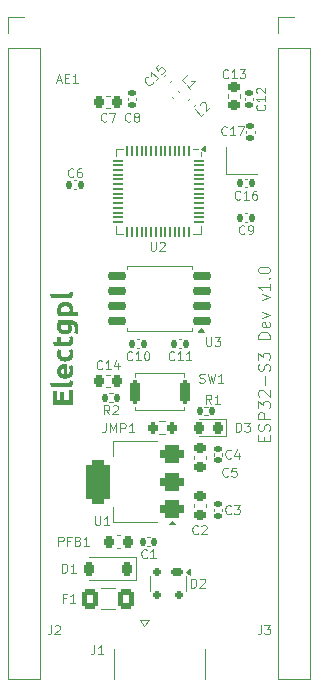
<source format=gbr>
%TF.GenerationSoftware,KiCad,Pcbnew,8.0.8*%
%TF.CreationDate,2025-04-17T09:07:27-03:00*%
%TF.ProjectId,ESP32_DevBoard_Minimal_Electgpl,45535033-325f-4446-9576-426f6172645f,rev?*%
%TF.SameCoordinates,Original*%
%TF.FileFunction,Legend,Top*%
%TF.FilePolarity,Positive*%
%FSLAX46Y46*%
G04 Gerber Fmt 4.6, Leading zero omitted, Abs format (unit mm)*
G04 Created by KiCad (PCBNEW 8.0.8) date 2025-04-17 09:07:27*
%MOMM*%
%LPD*%
G01*
G04 APERTURE LIST*
G04 Aperture macros list*
%AMRoundRect*
0 Rectangle with rounded corners*
0 $1 Rounding radius*
0 $2 $3 $4 $5 $6 $7 $8 $9 X,Y pos of 4 corners*
0 Add a 4 corners polygon primitive as box body*
4,1,4,$2,$3,$4,$5,$6,$7,$8,$9,$2,$3,0*
0 Add four circle primitives for the rounded corners*
1,1,$1+$1,$2,$3*
1,1,$1+$1,$4,$5*
1,1,$1+$1,$6,$7*
1,1,$1+$1,$8,$9*
0 Add four rect primitives between the rounded corners*
20,1,$1+$1,$2,$3,$4,$5,0*
20,1,$1+$1,$4,$5,$6,$7,0*
20,1,$1+$1,$6,$7,$8,$9,0*
20,1,$1+$1,$8,$9,$2,$3,0*%
%AMFreePoly0*
4,1,9,1.050000,0.350000,0.550000,0.000000,0.550000,-0.400000,0.800000,-0.650000,0.800000,-0.800000,-1.050000,-0.800000,-1.050000,0.800000,1.050000,0.800000,1.050000,0.350000,1.050000,0.350000,$1*%
%AMFreePoly1*
4,1,9,1.050000,-0.800000,-0.800000,-0.800000,-0.800000,-0.650000,-0.550000,-0.400000,-0.550000,0.000000,-1.050000,0.350000,-1.050000,0.800000,1.050000,0.800000,1.050000,-0.800000,1.050000,-0.800000,$1*%
G04 Aperture macros list end*
%ADD10C,0.100000*%
%ADD11C,0.200000*%
%ADD12C,0.076200*%
%ADD13C,0.120000*%
%ADD14RoundRect,0.140000X-0.140000X-0.170000X0.140000X-0.170000X0.140000X0.170000X-0.140000X0.170000X0*%
%ADD15RoundRect,0.140000X0.170000X-0.140000X0.170000X0.140000X-0.170000X0.140000X-0.170000X-0.140000X0*%
%ADD16RoundRect,0.225000X0.225000X0.250000X-0.225000X0.250000X-0.225000X-0.250000X0.225000X-0.250000X0*%
%ADD17RoundRect,0.135000X0.135000X0.185000X-0.135000X0.185000X-0.135000X-0.185000X0.135000X-0.185000X0*%
%ADD18RoundRect,0.140000X-0.170000X0.140000X-0.170000X-0.140000X0.170000X-0.140000X0.170000X0.140000X0*%
%ADD19C,0.600000*%
%ADD20R,0.400000X1.350000*%
%ADD21FreePoly0,0.000000*%
%ADD22O,1.000000X1.700000*%
%ADD23R,1.900000X1.900000*%
%ADD24O,0.850000X1.700000*%
%ADD25FreePoly1,0.000000*%
%ADD26RoundRect,0.225000X0.225000X0.375000X-0.225000X0.375000X-0.225000X-0.375000X0.225000X-0.375000X0*%
%ADD27RoundRect,0.140000X0.140000X0.170000X-0.140000X0.170000X-0.140000X-0.170000X0.140000X-0.170000X0*%
%ADD28R,0.500000X0.500000*%
%ADD29R,0.630000X0.500000*%
%ADD30RoundRect,0.140000X-0.219203X-0.021213X-0.021213X-0.219203X0.219203X0.021213X0.021213X0.219203X0*%
%ADD31RoundRect,0.225000X-0.250000X0.225000X-0.250000X-0.225000X0.250000X-0.225000X0.250000X0.225000X0*%
%ADD32RoundRect,0.225000X0.250000X-0.225000X0.250000X0.225000X-0.250000X0.225000X-0.250000X-0.225000X0*%
%ADD33RoundRect,0.175000X-0.325000X0.175000X-0.325000X-0.175000X0.325000X-0.175000X0.325000X0.175000X0*%
%ADD34RoundRect,0.150000X-0.150000X0.200000X-0.150000X-0.200000X0.150000X-0.200000X0.150000X0.200000X0*%
%ADD35R,1.700000X1.700000*%
%ADD36O,1.700000X1.700000*%
%ADD37RoundRect,0.135000X-0.135000X-0.185000X0.135000X-0.185000X0.135000X0.185000X-0.135000X0.185000X0*%
%ADD38RoundRect,0.200000X0.200000X0.800000X-0.200000X0.800000X-0.200000X-0.800000X0.200000X-0.800000X0*%
%ADD39RoundRect,0.140000X0.021213X-0.219203X0.219203X-0.021213X-0.021213X0.219203X-0.219203X0.021213X0*%
%ADD40RoundRect,0.218750X0.218750X0.256250X-0.218750X0.256250X-0.218750X-0.256250X0.218750X-0.256250X0*%
%ADD41RoundRect,0.225000X-0.225000X-0.250000X0.225000X-0.250000X0.225000X0.250000X-0.225000X0.250000X0*%
%ADD42RoundRect,0.200000X0.200000X0.275000X-0.200000X0.275000X-0.200000X-0.275000X0.200000X-0.275000X0*%
%ADD43RoundRect,0.250001X0.462499X0.624999X-0.462499X0.624999X-0.462499X-0.624999X0.462499X-0.624999X0*%
%ADD44R,0.900000X0.800000*%
%ADD45RoundRect,0.375000X0.625000X0.375000X-0.625000X0.375000X-0.625000X-0.375000X0.625000X-0.375000X0*%
%ADD46RoundRect,0.500000X0.500000X1.400000X-0.500000X1.400000X-0.500000X-1.400000X0.500000X-1.400000X0*%
%ADD47RoundRect,0.150000X0.650000X0.150000X-0.650000X0.150000X-0.650000X-0.150000X0.650000X-0.150000X0*%
%ADD48RoundRect,0.050000X-0.050000X0.387500X-0.050000X-0.387500X0.050000X-0.387500X0.050000X0.387500X0*%
%ADD49RoundRect,0.050000X-0.387500X0.050000X-0.387500X-0.050000X0.387500X-0.050000X0.387500X0.050000X0*%
%ADD50R,5.600000X5.600000*%
G04 APERTURE END LIST*
D10*
X156955609Y-109297115D02*
X156955609Y-108963782D01*
X157479419Y-108820925D02*
X157479419Y-109297115D01*
X157479419Y-109297115D02*
X156479419Y-109297115D01*
X156479419Y-109297115D02*
X156479419Y-108820925D01*
X157431800Y-108439972D02*
X157479419Y-108297115D01*
X157479419Y-108297115D02*
X157479419Y-108059020D01*
X157479419Y-108059020D02*
X157431800Y-107963782D01*
X157431800Y-107963782D02*
X157384180Y-107916163D01*
X157384180Y-107916163D02*
X157288942Y-107868544D01*
X157288942Y-107868544D02*
X157193704Y-107868544D01*
X157193704Y-107868544D02*
X157098466Y-107916163D01*
X157098466Y-107916163D02*
X157050847Y-107963782D01*
X157050847Y-107963782D02*
X157003228Y-108059020D01*
X157003228Y-108059020D02*
X156955609Y-108249496D01*
X156955609Y-108249496D02*
X156907990Y-108344734D01*
X156907990Y-108344734D02*
X156860371Y-108392353D01*
X156860371Y-108392353D02*
X156765133Y-108439972D01*
X156765133Y-108439972D02*
X156669895Y-108439972D01*
X156669895Y-108439972D02*
X156574657Y-108392353D01*
X156574657Y-108392353D02*
X156527038Y-108344734D01*
X156527038Y-108344734D02*
X156479419Y-108249496D01*
X156479419Y-108249496D02*
X156479419Y-108011401D01*
X156479419Y-108011401D02*
X156527038Y-107868544D01*
X157479419Y-107439972D02*
X156479419Y-107439972D01*
X156479419Y-107439972D02*
X156479419Y-107059020D01*
X156479419Y-107059020D02*
X156527038Y-106963782D01*
X156527038Y-106963782D02*
X156574657Y-106916163D01*
X156574657Y-106916163D02*
X156669895Y-106868544D01*
X156669895Y-106868544D02*
X156812752Y-106868544D01*
X156812752Y-106868544D02*
X156907990Y-106916163D01*
X156907990Y-106916163D02*
X156955609Y-106963782D01*
X156955609Y-106963782D02*
X157003228Y-107059020D01*
X157003228Y-107059020D02*
X157003228Y-107439972D01*
X156479419Y-106535210D02*
X156479419Y-105916163D01*
X156479419Y-105916163D02*
X156860371Y-106249496D01*
X156860371Y-106249496D02*
X156860371Y-106106639D01*
X156860371Y-106106639D02*
X156907990Y-106011401D01*
X156907990Y-106011401D02*
X156955609Y-105963782D01*
X156955609Y-105963782D02*
X157050847Y-105916163D01*
X157050847Y-105916163D02*
X157288942Y-105916163D01*
X157288942Y-105916163D02*
X157384180Y-105963782D01*
X157384180Y-105963782D02*
X157431800Y-106011401D01*
X157431800Y-106011401D02*
X157479419Y-106106639D01*
X157479419Y-106106639D02*
X157479419Y-106392353D01*
X157479419Y-106392353D02*
X157431800Y-106487591D01*
X157431800Y-106487591D02*
X157384180Y-106535210D01*
X156574657Y-105535210D02*
X156527038Y-105487591D01*
X156527038Y-105487591D02*
X156479419Y-105392353D01*
X156479419Y-105392353D02*
X156479419Y-105154258D01*
X156479419Y-105154258D02*
X156527038Y-105059020D01*
X156527038Y-105059020D02*
X156574657Y-105011401D01*
X156574657Y-105011401D02*
X156669895Y-104963782D01*
X156669895Y-104963782D02*
X156765133Y-104963782D01*
X156765133Y-104963782D02*
X156907990Y-105011401D01*
X156907990Y-105011401D02*
X157479419Y-105582829D01*
X157479419Y-105582829D02*
X157479419Y-104963782D01*
X157098466Y-104535210D02*
X157098466Y-103773306D01*
X157431800Y-103344734D02*
X157479419Y-103201877D01*
X157479419Y-103201877D02*
X157479419Y-102963782D01*
X157479419Y-102963782D02*
X157431800Y-102868544D01*
X157431800Y-102868544D02*
X157384180Y-102820925D01*
X157384180Y-102820925D02*
X157288942Y-102773306D01*
X157288942Y-102773306D02*
X157193704Y-102773306D01*
X157193704Y-102773306D02*
X157098466Y-102820925D01*
X157098466Y-102820925D02*
X157050847Y-102868544D01*
X157050847Y-102868544D02*
X157003228Y-102963782D01*
X157003228Y-102963782D02*
X156955609Y-103154258D01*
X156955609Y-103154258D02*
X156907990Y-103249496D01*
X156907990Y-103249496D02*
X156860371Y-103297115D01*
X156860371Y-103297115D02*
X156765133Y-103344734D01*
X156765133Y-103344734D02*
X156669895Y-103344734D01*
X156669895Y-103344734D02*
X156574657Y-103297115D01*
X156574657Y-103297115D02*
X156527038Y-103249496D01*
X156527038Y-103249496D02*
X156479419Y-103154258D01*
X156479419Y-103154258D02*
X156479419Y-102916163D01*
X156479419Y-102916163D02*
X156527038Y-102773306D01*
X156479419Y-102439972D02*
X156479419Y-101820925D01*
X156479419Y-101820925D02*
X156860371Y-102154258D01*
X156860371Y-102154258D02*
X156860371Y-102011401D01*
X156860371Y-102011401D02*
X156907990Y-101916163D01*
X156907990Y-101916163D02*
X156955609Y-101868544D01*
X156955609Y-101868544D02*
X157050847Y-101820925D01*
X157050847Y-101820925D02*
X157288942Y-101820925D01*
X157288942Y-101820925D02*
X157384180Y-101868544D01*
X157384180Y-101868544D02*
X157431800Y-101916163D01*
X157431800Y-101916163D02*
X157479419Y-102011401D01*
X157479419Y-102011401D02*
X157479419Y-102297115D01*
X157479419Y-102297115D02*
X157431800Y-102392353D01*
X157431800Y-102392353D02*
X157384180Y-102439972D01*
X157479419Y-100630448D02*
X156479419Y-100630448D01*
X156479419Y-100630448D02*
X156479419Y-100392353D01*
X156479419Y-100392353D02*
X156527038Y-100249496D01*
X156527038Y-100249496D02*
X156622276Y-100154258D01*
X156622276Y-100154258D02*
X156717514Y-100106639D01*
X156717514Y-100106639D02*
X156907990Y-100059020D01*
X156907990Y-100059020D02*
X157050847Y-100059020D01*
X157050847Y-100059020D02*
X157241323Y-100106639D01*
X157241323Y-100106639D02*
X157336561Y-100154258D01*
X157336561Y-100154258D02*
X157431800Y-100249496D01*
X157431800Y-100249496D02*
X157479419Y-100392353D01*
X157479419Y-100392353D02*
X157479419Y-100630448D01*
X157431800Y-99249496D02*
X157479419Y-99344734D01*
X157479419Y-99344734D02*
X157479419Y-99535210D01*
X157479419Y-99535210D02*
X157431800Y-99630448D01*
X157431800Y-99630448D02*
X157336561Y-99678067D01*
X157336561Y-99678067D02*
X156955609Y-99678067D01*
X156955609Y-99678067D02*
X156860371Y-99630448D01*
X156860371Y-99630448D02*
X156812752Y-99535210D01*
X156812752Y-99535210D02*
X156812752Y-99344734D01*
X156812752Y-99344734D02*
X156860371Y-99249496D01*
X156860371Y-99249496D02*
X156955609Y-99201877D01*
X156955609Y-99201877D02*
X157050847Y-99201877D01*
X157050847Y-99201877D02*
X157146085Y-99678067D01*
X156812752Y-98868543D02*
X157479419Y-98630448D01*
X157479419Y-98630448D02*
X156812752Y-98392353D01*
X156812752Y-97344733D02*
X157479419Y-97106638D01*
X157479419Y-97106638D02*
X156812752Y-96868543D01*
X157479419Y-95963781D02*
X157479419Y-96535209D01*
X157479419Y-96249495D02*
X156479419Y-96249495D01*
X156479419Y-96249495D02*
X156622276Y-96344733D01*
X156622276Y-96344733D02*
X156717514Y-96439971D01*
X156717514Y-96439971D02*
X156765133Y-96535209D01*
X157384180Y-95535209D02*
X157431800Y-95487590D01*
X157431800Y-95487590D02*
X157479419Y-95535209D01*
X157479419Y-95535209D02*
X157431800Y-95582828D01*
X157431800Y-95582828D02*
X157384180Y-95535209D01*
X157384180Y-95535209D02*
X157479419Y-95535209D01*
X156479419Y-94868543D02*
X156479419Y-94773305D01*
X156479419Y-94773305D02*
X156527038Y-94678067D01*
X156527038Y-94678067D02*
X156574657Y-94630448D01*
X156574657Y-94630448D02*
X156669895Y-94582829D01*
X156669895Y-94582829D02*
X156860371Y-94535210D01*
X156860371Y-94535210D02*
X157098466Y-94535210D01*
X157098466Y-94535210D02*
X157288942Y-94582829D01*
X157288942Y-94582829D02*
X157384180Y-94630448D01*
X157384180Y-94630448D02*
X157431800Y-94678067D01*
X157431800Y-94678067D02*
X157479419Y-94773305D01*
X157479419Y-94773305D02*
X157479419Y-94868543D01*
X157479419Y-94868543D02*
X157431800Y-94963781D01*
X157431800Y-94963781D02*
X157384180Y-95011400D01*
X157384180Y-95011400D02*
X157288942Y-95059019D01*
X157288942Y-95059019D02*
X157098466Y-95106638D01*
X157098466Y-95106638D02*
X156860371Y-95106638D01*
X156860371Y-95106638D02*
X156669895Y-95059019D01*
X156669895Y-95059019D02*
X156574657Y-95011400D01*
X156574657Y-95011400D02*
X156527038Y-94963781D01*
X156527038Y-94963781D02*
X156479419Y-94868543D01*
D11*
G36*
X140794741Y-106225804D02*
G01*
X139071582Y-106225804D01*
X139071582Y-105055463D01*
X139405096Y-105055463D01*
X139405096Y-105835835D01*
X139710818Y-105835835D01*
X139710818Y-105142750D01*
X140044333Y-105142750D01*
X140044333Y-105835835D01*
X140461226Y-105835835D01*
X140461226Y-104997706D01*
X140794741Y-104997706D01*
X140794741Y-106225804D01*
G37*
G36*
X140822533Y-104217768D02*
G01*
X140817979Y-104313527D01*
X140806209Y-104404950D01*
X140787358Y-104481801D01*
X140753789Y-104562273D01*
X140703007Y-104634497D01*
X140695728Y-104642044D01*
X140621454Y-104696181D01*
X140552856Y-104721948D01*
X140463289Y-104737908D01*
X140376190Y-104743144D01*
X140363082Y-104743227D01*
X138909167Y-104743227D01*
X138849239Y-104370629D01*
X140290560Y-104370629D01*
X140378787Y-104363701D01*
X140381321Y-104363247D01*
X140449067Y-104334151D01*
X140494230Y-104272920D01*
X140514886Y-104185714D01*
X140516812Y-104165222D01*
X140822533Y-104217768D01*
G37*
G36*
X140198931Y-102787303D02*
G01*
X140266676Y-102792080D01*
X140266676Y-103638026D01*
X140352366Y-103614176D01*
X140427175Y-103558034D01*
X140449501Y-103530329D01*
X140490518Y-103449841D01*
X140511487Y-103359966D01*
X140516812Y-103274981D01*
X140513237Y-103186054D01*
X140502515Y-103098623D01*
X140498138Y-103073917D01*
X140478724Y-102989109D01*
X140452106Y-102912371D01*
X140740023Y-102862431D01*
X140770422Y-102942770D01*
X140791107Y-103027693D01*
X140796043Y-103053941D01*
X140809721Y-103142239D01*
X140814717Y-103185089D01*
X140821434Y-103272654D01*
X140822533Y-103325356D01*
X140818446Y-103421588D01*
X140806182Y-103510470D01*
X140782968Y-103600605D01*
X140770856Y-103634118D01*
X140730863Y-103718996D01*
X140681942Y-103793304D01*
X140629720Y-103851684D01*
X140557660Y-103910147D01*
X140476317Y-103955907D01*
X140416931Y-103979357D01*
X140330130Y-104002845D01*
X140238712Y-104016584D01*
X140151596Y-104020612D01*
X140058054Y-104016353D01*
X139971383Y-104003574D01*
X139883139Y-103979384D01*
X139850217Y-103966764D01*
X139766626Y-103925792D01*
X139693195Y-103876917D01*
X139635256Y-103825628D01*
X139576631Y-103756173D01*
X139529730Y-103679390D01*
X139504977Y-103624130D01*
X139477985Y-103537881D01*
X139463451Y-103449800D01*
X139460682Y-103390061D01*
X139460964Y-103385284D01*
X139766404Y-103385284D01*
X139779391Y-103472392D01*
X139787683Y-103492982D01*
X139838980Y-103564305D01*
X139843269Y-103568110D01*
X139918332Y-103612460D01*
X139924042Y-103614576D01*
X140010682Y-103637069D01*
X140016540Y-103638026D01*
X140016540Y-103145137D01*
X139930510Y-103159946D01*
X139924910Y-103161639D01*
X139848028Y-103202393D01*
X139845874Y-103204196D01*
X139790382Y-103273992D01*
X139788986Y-103276719D01*
X139767198Y-103361621D01*
X139766404Y-103385284D01*
X139460964Y-103385284D01*
X139466636Y-103289161D01*
X139484499Y-103196536D01*
X139514270Y-103112185D01*
X139564053Y-103024234D01*
X139630045Y-102947547D01*
X139699159Y-102892203D01*
X139779479Y-102848311D01*
X139871005Y-102815868D01*
X139973738Y-102794876D01*
X140067908Y-102786129D01*
X140128146Y-102784698D01*
X140198931Y-102787303D01*
G37*
G36*
X140141608Y-102568434D02*
G01*
X140047124Y-102562995D01*
X139956540Y-102546677D01*
X139877575Y-102522402D01*
X139795986Y-102485633D01*
X139721990Y-102439217D01*
X139661312Y-102388649D01*
X139602287Y-102323928D01*
X139552395Y-102250380D01*
X139514965Y-102175860D01*
X139484060Y-102085719D01*
X139467096Y-101996559D01*
X139460735Y-101900529D01*
X139460682Y-101890549D01*
X139464256Y-101802001D01*
X139476018Y-101714693D01*
X139479356Y-101698170D01*
X139502154Y-101611751D01*
X139533204Y-101527938D01*
X139816344Y-101605237D01*
X139789311Y-101689674D01*
X139781603Y-101720317D01*
X139768200Y-101808752D01*
X139766404Y-101860150D01*
X139776497Y-101955332D01*
X139810915Y-102041027D01*
X139869759Y-102106812D01*
X139948316Y-102153046D01*
X140033269Y-102178423D01*
X140120750Y-102187702D01*
X140141608Y-102188019D01*
X140235859Y-102182008D01*
X140325596Y-102161228D01*
X140406085Y-102121226D01*
X140418668Y-102112023D01*
X140478474Y-102038700D01*
X140507227Y-101953154D01*
X140516716Y-101857162D01*
X140516812Y-101845385D01*
X140511892Y-101757345D01*
X140504218Y-101700775D01*
X140484058Y-101612907D01*
X140464266Y-101557903D01*
X140754788Y-101505357D01*
X140783582Y-101588944D01*
X140802557Y-101668206D01*
X140816213Y-101757228D01*
X140822046Y-101846888D01*
X140822533Y-101883166D01*
X140819249Y-101969965D01*
X140807704Y-102060216D01*
X140785125Y-102151310D01*
X140769987Y-102193230D01*
X140729099Y-102277307D01*
X140679282Y-102350402D01*
X140626246Y-102407322D01*
X140553208Y-102463627D01*
X140470888Y-102507475D01*
X140410851Y-102529785D01*
X140323001Y-102551789D01*
X140230225Y-102564660D01*
X140141608Y-102568434D01*
G37*
G36*
X139159737Y-101274763D02*
G01*
X139099375Y-100901730D01*
X139488475Y-100901730D01*
X139488475Y-100454004D01*
X139794197Y-100454004D01*
X139794197Y-100901730D01*
X140258425Y-100901730D01*
X140346232Y-100894921D01*
X140432854Y-100867848D01*
X140446461Y-100860475D01*
X140501354Y-100792987D01*
X140516743Y-100701887D01*
X140516812Y-100694152D01*
X140510979Y-100605986D01*
X140505521Y-100570387D01*
X140484803Y-100484454D01*
X140474254Y-100454004D01*
X140755222Y-100401458D01*
X140785108Y-100487111D01*
X140802557Y-100551713D01*
X140817539Y-100643560D01*
X140822358Y-100731935D01*
X140822533Y-100754080D01*
X140818547Y-100844487D01*
X140804953Y-100932080D01*
X140781713Y-101007256D01*
X140739463Y-101087088D01*
X140680545Y-101155834D01*
X140667067Y-101167499D01*
X140591489Y-101215762D01*
X140508724Y-101246517D01*
X140489453Y-101251312D01*
X140401045Y-101266495D01*
X140312821Y-101273640D01*
X140258425Y-101274763D01*
X139159737Y-101274763D01*
G37*
G36*
X140731614Y-99076174D02*
G01*
X140819784Y-99088165D01*
X140914923Y-99113106D01*
X140998429Y-99149559D01*
X141081149Y-99206636D01*
X141111753Y-99235894D01*
X141172330Y-99316103D01*
X141212412Y-99398514D01*
X141241561Y-99493537D01*
X141257503Y-99582355D01*
X141265853Y-99679931D01*
X141267219Y-99742680D01*
X141264227Y-99832634D01*
X141255250Y-99922709D01*
X141245941Y-99982828D01*
X141228027Y-100070278D01*
X141204211Y-100159502D01*
X141189486Y-100205171D01*
X140886370Y-100140031D01*
X140916007Y-100055980D01*
X140938965Y-99968302D01*
X140941522Y-99956338D01*
X140955177Y-99866995D01*
X140961010Y-99775102D01*
X140961498Y-99737469D01*
X140954500Y-99646519D01*
X140927630Y-99561675D01*
X140889844Y-99511217D01*
X140813604Y-99463527D01*
X140726090Y-99445359D01*
X140705282Y-99444775D01*
X140656645Y-99444775D01*
X140687900Y-99529024D01*
X140697900Y-99568540D01*
X140709771Y-99657188D01*
X140711362Y-99707505D01*
X140705728Y-99805285D01*
X140688828Y-99894089D01*
X140654870Y-99986347D01*
X140605576Y-100066386D01*
X140551119Y-100125266D01*
X140474713Y-100181782D01*
X140386088Y-100224418D01*
X140300399Y-100249914D01*
X140205733Y-100265211D01*
X140102090Y-100270310D01*
X140014525Y-100265942D01*
X139924081Y-100251047D01*
X139839794Y-100225581D01*
X139755968Y-100185907D01*
X139681668Y-100134630D01*
X139637428Y-100093999D01*
X139579352Y-100023750D01*
X139532146Y-99942631D01*
X139506714Y-99882513D01*
X139480506Y-99792680D01*
X139466121Y-99704334D01*
X139460727Y-99609628D01*
X139460682Y-99599807D01*
X139460763Y-99597202D01*
X139766404Y-99597202D01*
X139777642Y-99689833D01*
X139815535Y-99770637D01*
X139861508Y-99817373D01*
X139939655Y-99861566D01*
X140023843Y-99884159D01*
X140101656Y-99889895D01*
X140189229Y-99883725D01*
X140274725Y-99860030D01*
X140347456Y-99809926D01*
X140394953Y-99723046D01*
X140405640Y-99637154D01*
X140395893Y-99548878D01*
X140390875Y-99529891D01*
X140358178Y-99449230D01*
X140355700Y-99444775D01*
X139778998Y-99444775D01*
X139770312Y-99509915D01*
X139766404Y-99597202D01*
X139460763Y-99597202D01*
X139463487Y-99509778D01*
X139467196Y-99461277D01*
X139476322Y-99372762D01*
X139483264Y-99320141D01*
X139498056Y-99230611D01*
X139507148Y-99185954D01*
X139527398Y-99101367D01*
X139535810Y-99072177D01*
X140635366Y-99072177D01*
X140731614Y-99076174D01*
G37*
G36*
X140236265Y-97509911D02*
G01*
X140322974Y-97520980D01*
X140412182Y-97541678D01*
X140419971Y-97544002D01*
X140508235Y-97576959D01*
X140586728Y-97619809D01*
X140633629Y-97653871D01*
X140699792Y-97718601D01*
X140752910Y-97794941D01*
X140773027Y-97834091D01*
X140803195Y-97919383D01*
X140818617Y-98005507D01*
X140822533Y-98081621D01*
X140817175Y-98170408D01*
X140807334Y-98227099D01*
X140782344Y-98313388D01*
X140764776Y-98356944D01*
X141267219Y-98356944D01*
X141267219Y-98729542D01*
X139535810Y-98729542D01*
X139513121Y-98642234D01*
X139507148Y-98614463D01*
X139490593Y-98526349D01*
X139483264Y-98478104D01*
X139472306Y-98388062D01*
X139467196Y-98333060D01*
X139461598Y-98243153D01*
X139460736Y-98194530D01*
X139766404Y-98194530D01*
X139769839Y-98281679D01*
X139770312Y-98287028D01*
X139778563Y-98356944D01*
X140464266Y-98356944D01*
X140499132Y-98276069D01*
X140502047Y-98265749D01*
X140516105Y-98177009D01*
X140516812Y-98151972D01*
X140504018Y-98061799D01*
X140456752Y-97980177D01*
X140374658Y-97923949D01*
X140276572Y-97895965D01*
X140175288Y-97886896D01*
X140152899Y-97886636D01*
X140059743Y-97892785D01*
X139969209Y-97914040D01*
X139885394Y-97954957D01*
X139871930Y-97964370D01*
X139807625Y-98032970D01*
X139774751Y-98114522D01*
X139766404Y-98194530D01*
X139460736Y-98194530D01*
X139460682Y-98191490D01*
X139464529Y-98102879D01*
X139477829Y-98010870D01*
X139500628Y-97925646D01*
X139509320Y-97901401D01*
X139547180Y-97818398D01*
X139594483Y-97744939D01*
X139645679Y-97686441D01*
X139717230Y-97626512D01*
X139792369Y-97581878D01*
X139860639Y-97552688D01*
X139951358Y-97526233D01*
X140039975Y-97511712D01*
X140134445Y-97506267D01*
X140144213Y-97506221D01*
X140236265Y-97509911D01*
G37*
G36*
X140822533Y-96701531D02*
G01*
X140817979Y-96797289D01*
X140806209Y-96888713D01*
X140787358Y-96965563D01*
X140753789Y-97046036D01*
X140703007Y-97118259D01*
X140695728Y-97125806D01*
X140621454Y-97179943D01*
X140552856Y-97205711D01*
X140463289Y-97221670D01*
X140376190Y-97226907D01*
X140363082Y-97226990D01*
X138909167Y-97226990D01*
X138849239Y-96854391D01*
X140290560Y-96854391D01*
X140378787Y-96847463D01*
X140381321Y-96847009D01*
X140449067Y-96817913D01*
X140494230Y-96756682D01*
X140514886Y-96669477D01*
X140516812Y-96648985D01*
X140822533Y-96701531D01*
G37*
D12*
X149370143Y-102383981D02*
X149333857Y-102420267D01*
X149333857Y-102420267D02*
X149225000Y-102456552D01*
X149225000Y-102456552D02*
X149152428Y-102456552D01*
X149152428Y-102456552D02*
X149043571Y-102420267D01*
X149043571Y-102420267D02*
X148971000Y-102347695D01*
X148971000Y-102347695D02*
X148934714Y-102275124D01*
X148934714Y-102275124D02*
X148898428Y-102129981D01*
X148898428Y-102129981D02*
X148898428Y-102021124D01*
X148898428Y-102021124D02*
X148934714Y-101875981D01*
X148934714Y-101875981D02*
X148971000Y-101803409D01*
X148971000Y-101803409D02*
X149043571Y-101730838D01*
X149043571Y-101730838D02*
X149152428Y-101694552D01*
X149152428Y-101694552D02*
X149225000Y-101694552D01*
X149225000Y-101694552D02*
X149333857Y-101730838D01*
X149333857Y-101730838D02*
X149370143Y-101767124D01*
X150095857Y-102456552D02*
X149660428Y-102456552D01*
X149878143Y-102456552D02*
X149878143Y-101694552D01*
X149878143Y-101694552D02*
X149805571Y-101803409D01*
X149805571Y-101803409D02*
X149733000Y-101875981D01*
X149733000Y-101875981D02*
X149660428Y-101912267D01*
X150821571Y-102456552D02*
X150386142Y-102456552D01*
X150603857Y-102456552D02*
X150603857Y-101694552D01*
X150603857Y-101694552D02*
X150531285Y-101803409D01*
X150531285Y-101803409D02*
X150458714Y-101875981D01*
X150458714Y-101875981D02*
X150386142Y-101912267D01*
X156993981Y-80830056D02*
X157030267Y-80866342D01*
X157030267Y-80866342D02*
X157066552Y-80975199D01*
X157066552Y-80975199D02*
X157066552Y-81047771D01*
X157066552Y-81047771D02*
X157030267Y-81156628D01*
X157030267Y-81156628D02*
X156957695Y-81229199D01*
X156957695Y-81229199D02*
X156885124Y-81265485D01*
X156885124Y-81265485D02*
X156739981Y-81301771D01*
X156739981Y-81301771D02*
X156631124Y-81301771D01*
X156631124Y-81301771D02*
X156485981Y-81265485D01*
X156485981Y-81265485D02*
X156413409Y-81229199D01*
X156413409Y-81229199D02*
X156340838Y-81156628D01*
X156340838Y-81156628D02*
X156304552Y-81047771D01*
X156304552Y-81047771D02*
X156304552Y-80975199D01*
X156304552Y-80975199D02*
X156340838Y-80866342D01*
X156340838Y-80866342D02*
X156377124Y-80830056D01*
X157066552Y-80104342D02*
X157066552Y-80539771D01*
X157066552Y-80322056D02*
X156304552Y-80322056D01*
X156304552Y-80322056D02*
X156413409Y-80394628D01*
X156413409Y-80394628D02*
X156485981Y-80467199D01*
X156485981Y-80467199D02*
X156522267Y-80539771D01*
X156377124Y-79814057D02*
X156340838Y-79777771D01*
X156340838Y-79777771D02*
X156304552Y-79705200D01*
X156304552Y-79705200D02*
X156304552Y-79523771D01*
X156304552Y-79523771D02*
X156340838Y-79451200D01*
X156340838Y-79451200D02*
X156377124Y-79414914D01*
X156377124Y-79414914D02*
X156449695Y-79378628D01*
X156449695Y-79378628D02*
X156522267Y-79378628D01*
X156522267Y-79378628D02*
X156631124Y-79414914D01*
X156631124Y-79414914D02*
X157066552Y-79850342D01*
X157066552Y-79850342D02*
X157066552Y-79378628D01*
X143637000Y-82190981D02*
X143600714Y-82227267D01*
X143600714Y-82227267D02*
X143491857Y-82263552D01*
X143491857Y-82263552D02*
X143419285Y-82263552D01*
X143419285Y-82263552D02*
X143310428Y-82227267D01*
X143310428Y-82227267D02*
X143237857Y-82154695D01*
X143237857Y-82154695D02*
X143201571Y-82082124D01*
X143201571Y-82082124D02*
X143165285Y-81936981D01*
X143165285Y-81936981D02*
X143165285Y-81828124D01*
X143165285Y-81828124D02*
X143201571Y-81682981D01*
X143201571Y-81682981D02*
X143237857Y-81610409D01*
X143237857Y-81610409D02*
X143310428Y-81537838D01*
X143310428Y-81537838D02*
X143419285Y-81501552D01*
X143419285Y-81501552D02*
X143491857Y-81501552D01*
X143491857Y-81501552D02*
X143600714Y-81537838D01*
X143600714Y-81537838D02*
X143637000Y-81574124D01*
X143891000Y-81501552D02*
X144399000Y-81501552D01*
X144399000Y-81501552D02*
X144072428Y-82263552D01*
X155321000Y-91715981D02*
X155284714Y-91752267D01*
X155284714Y-91752267D02*
X155175857Y-91788552D01*
X155175857Y-91788552D02*
X155103285Y-91788552D01*
X155103285Y-91788552D02*
X154994428Y-91752267D01*
X154994428Y-91752267D02*
X154921857Y-91679695D01*
X154921857Y-91679695D02*
X154885571Y-91607124D01*
X154885571Y-91607124D02*
X154849285Y-91461981D01*
X154849285Y-91461981D02*
X154849285Y-91353124D01*
X154849285Y-91353124D02*
X154885571Y-91207981D01*
X154885571Y-91207981D02*
X154921857Y-91135409D01*
X154921857Y-91135409D02*
X154994428Y-91062838D01*
X154994428Y-91062838D02*
X155103285Y-91026552D01*
X155103285Y-91026552D02*
X155175857Y-91026552D01*
X155175857Y-91026552D02*
X155284714Y-91062838D01*
X155284714Y-91062838D02*
X155321000Y-91099124D01*
X155683857Y-91788552D02*
X155829000Y-91788552D01*
X155829000Y-91788552D02*
X155901571Y-91752267D01*
X155901571Y-91752267D02*
X155937857Y-91715981D01*
X155937857Y-91715981D02*
X156010428Y-91607124D01*
X156010428Y-91607124D02*
X156046714Y-91461981D01*
X156046714Y-91461981D02*
X156046714Y-91171695D01*
X156046714Y-91171695D02*
X156010428Y-91099124D01*
X156010428Y-91099124D02*
X155974143Y-91062838D01*
X155974143Y-91062838D02*
X155901571Y-91026552D01*
X155901571Y-91026552D02*
X155756428Y-91026552D01*
X155756428Y-91026552D02*
X155683857Y-91062838D01*
X155683857Y-91062838D02*
X155647571Y-91099124D01*
X155647571Y-91099124D02*
X155611285Y-91171695D01*
X155611285Y-91171695D02*
X155611285Y-91353124D01*
X155611285Y-91353124D02*
X155647571Y-91425695D01*
X155647571Y-91425695D02*
X155683857Y-91461981D01*
X155683857Y-91461981D02*
X155756428Y-91498267D01*
X155756428Y-91498267D02*
X155901571Y-91498267D01*
X155901571Y-91498267D02*
X155974143Y-91461981D01*
X155974143Y-91461981D02*
X156010428Y-91425695D01*
X156010428Y-91425695D02*
X156046714Y-91353124D01*
X152527000Y-106139552D02*
X152273000Y-105776695D01*
X152091571Y-106139552D02*
X152091571Y-105377552D01*
X152091571Y-105377552D02*
X152381857Y-105377552D01*
X152381857Y-105377552D02*
X152454428Y-105413838D01*
X152454428Y-105413838D02*
X152490714Y-105450124D01*
X152490714Y-105450124D02*
X152527000Y-105522695D01*
X152527000Y-105522695D02*
X152527000Y-105631552D01*
X152527000Y-105631552D02*
X152490714Y-105704124D01*
X152490714Y-105704124D02*
X152454428Y-105740409D01*
X152454428Y-105740409D02*
X152381857Y-105776695D01*
X152381857Y-105776695D02*
X152091571Y-105776695D01*
X153252714Y-106139552D02*
X152817285Y-106139552D01*
X153035000Y-106139552D02*
X153035000Y-105377552D01*
X153035000Y-105377552D02*
X152962428Y-105486409D01*
X152962428Y-105486409D02*
X152889857Y-105558981D01*
X152889857Y-105558981D02*
X152817285Y-105595267D01*
X154178000Y-110715181D02*
X154141714Y-110751467D01*
X154141714Y-110751467D02*
X154032857Y-110787752D01*
X154032857Y-110787752D02*
X153960285Y-110787752D01*
X153960285Y-110787752D02*
X153851428Y-110751467D01*
X153851428Y-110751467D02*
X153778857Y-110678895D01*
X153778857Y-110678895D02*
X153742571Y-110606324D01*
X153742571Y-110606324D02*
X153706285Y-110461181D01*
X153706285Y-110461181D02*
X153706285Y-110352324D01*
X153706285Y-110352324D02*
X153742571Y-110207181D01*
X153742571Y-110207181D02*
X153778857Y-110134609D01*
X153778857Y-110134609D02*
X153851428Y-110062038D01*
X153851428Y-110062038D02*
X153960285Y-110025752D01*
X153960285Y-110025752D02*
X154032857Y-110025752D01*
X154032857Y-110025752D02*
X154141714Y-110062038D01*
X154141714Y-110062038D02*
X154178000Y-110098324D01*
X154831143Y-110279752D02*
X154831143Y-110787752D01*
X154649714Y-109989467D02*
X154468285Y-110533752D01*
X154468285Y-110533752D02*
X154940000Y-110533752D01*
X142621000Y-126586552D02*
X142621000Y-127130838D01*
X142621000Y-127130838D02*
X142584715Y-127239695D01*
X142584715Y-127239695D02*
X142512143Y-127312267D01*
X142512143Y-127312267D02*
X142403286Y-127348552D01*
X142403286Y-127348552D02*
X142330715Y-127348552D01*
X143383000Y-127348552D02*
X142947571Y-127348552D01*
X143165286Y-127348552D02*
X143165286Y-126586552D01*
X143165286Y-126586552D02*
X143092714Y-126695409D01*
X143092714Y-126695409D02*
X143020143Y-126767981D01*
X143020143Y-126767981D02*
X142947571Y-126804267D01*
X143274143Y-103145981D02*
X143237857Y-103182267D01*
X143237857Y-103182267D02*
X143129000Y-103218552D01*
X143129000Y-103218552D02*
X143056428Y-103218552D01*
X143056428Y-103218552D02*
X142947571Y-103182267D01*
X142947571Y-103182267D02*
X142875000Y-103109695D01*
X142875000Y-103109695D02*
X142838714Y-103037124D01*
X142838714Y-103037124D02*
X142802428Y-102891981D01*
X142802428Y-102891981D02*
X142802428Y-102783124D01*
X142802428Y-102783124D02*
X142838714Y-102637981D01*
X142838714Y-102637981D02*
X142875000Y-102565409D01*
X142875000Y-102565409D02*
X142947571Y-102492838D01*
X142947571Y-102492838D02*
X143056428Y-102456552D01*
X143056428Y-102456552D02*
X143129000Y-102456552D01*
X143129000Y-102456552D02*
X143237857Y-102492838D01*
X143237857Y-102492838D02*
X143274143Y-102529124D01*
X143999857Y-103218552D02*
X143564428Y-103218552D01*
X143782143Y-103218552D02*
X143782143Y-102456552D01*
X143782143Y-102456552D02*
X143709571Y-102565409D01*
X143709571Y-102565409D02*
X143637000Y-102637981D01*
X143637000Y-102637981D02*
X143564428Y-102674267D01*
X144653000Y-102710552D02*
X144653000Y-103218552D01*
X144471571Y-102420267D02*
X144290142Y-102964552D01*
X144290142Y-102964552D02*
X144761857Y-102964552D01*
X139900319Y-120439752D02*
X139900319Y-119677752D01*
X139900319Y-119677752D02*
X140081748Y-119677752D01*
X140081748Y-119677752D02*
X140190605Y-119714038D01*
X140190605Y-119714038D02*
X140263176Y-119786609D01*
X140263176Y-119786609D02*
X140299462Y-119859181D01*
X140299462Y-119859181D02*
X140335748Y-120004324D01*
X140335748Y-120004324D02*
X140335748Y-120113181D01*
X140335748Y-120113181D02*
X140299462Y-120258324D01*
X140299462Y-120258324D02*
X140263176Y-120330895D01*
X140263176Y-120330895D02*
X140190605Y-120403467D01*
X140190605Y-120403467D02*
X140081748Y-120439752D01*
X140081748Y-120439752D02*
X139900319Y-120439752D01*
X141061462Y-120439752D02*
X140626033Y-120439752D01*
X140843748Y-120439752D02*
X140843748Y-119677752D01*
X140843748Y-119677752D02*
X140771176Y-119786609D01*
X140771176Y-119786609D02*
X140698605Y-119859181D01*
X140698605Y-119859181D02*
X140626033Y-119895467D01*
X153815143Y-83333981D02*
X153778857Y-83370267D01*
X153778857Y-83370267D02*
X153670000Y-83406552D01*
X153670000Y-83406552D02*
X153597428Y-83406552D01*
X153597428Y-83406552D02*
X153488571Y-83370267D01*
X153488571Y-83370267D02*
X153416000Y-83297695D01*
X153416000Y-83297695D02*
X153379714Y-83225124D01*
X153379714Y-83225124D02*
X153343428Y-83079981D01*
X153343428Y-83079981D02*
X153343428Y-82971124D01*
X153343428Y-82971124D02*
X153379714Y-82825981D01*
X153379714Y-82825981D02*
X153416000Y-82753409D01*
X153416000Y-82753409D02*
X153488571Y-82680838D01*
X153488571Y-82680838D02*
X153597428Y-82644552D01*
X153597428Y-82644552D02*
X153670000Y-82644552D01*
X153670000Y-82644552D02*
X153778857Y-82680838D01*
X153778857Y-82680838D02*
X153815143Y-82717124D01*
X154540857Y-83406552D02*
X154105428Y-83406552D01*
X154323143Y-83406552D02*
X154323143Y-82644552D01*
X154323143Y-82644552D02*
X154250571Y-82753409D01*
X154250571Y-82753409D02*
X154178000Y-82825981D01*
X154178000Y-82825981D02*
X154105428Y-82862267D01*
X154794857Y-82644552D02*
X155302857Y-82644552D01*
X155302857Y-82644552D02*
X154976285Y-83406552D01*
X140843000Y-86889981D02*
X140806714Y-86926267D01*
X140806714Y-86926267D02*
X140697857Y-86962552D01*
X140697857Y-86962552D02*
X140625285Y-86962552D01*
X140625285Y-86962552D02*
X140516428Y-86926267D01*
X140516428Y-86926267D02*
X140443857Y-86853695D01*
X140443857Y-86853695D02*
X140407571Y-86781124D01*
X140407571Y-86781124D02*
X140371285Y-86635981D01*
X140371285Y-86635981D02*
X140371285Y-86527124D01*
X140371285Y-86527124D02*
X140407571Y-86381981D01*
X140407571Y-86381981D02*
X140443857Y-86309409D01*
X140443857Y-86309409D02*
X140516428Y-86236838D01*
X140516428Y-86236838D02*
X140625285Y-86200552D01*
X140625285Y-86200552D02*
X140697857Y-86200552D01*
X140697857Y-86200552D02*
X140806714Y-86236838D01*
X140806714Y-86236838D02*
X140843000Y-86273124D01*
X141496143Y-86200552D02*
X141351000Y-86200552D01*
X141351000Y-86200552D02*
X141278428Y-86236838D01*
X141278428Y-86236838D02*
X141242143Y-86273124D01*
X141242143Y-86273124D02*
X141169571Y-86381981D01*
X141169571Y-86381981D02*
X141133285Y-86527124D01*
X141133285Y-86527124D02*
X141133285Y-86817409D01*
X141133285Y-86817409D02*
X141169571Y-86889981D01*
X141169571Y-86889981D02*
X141205857Y-86926267D01*
X141205857Y-86926267D02*
X141278428Y-86962552D01*
X141278428Y-86962552D02*
X141423571Y-86962552D01*
X141423571Y-86962552D02*
X141496143Y-86926267D01*
X141496143Y-86926267D02*
X141532428Y-86889981D01*
X141532428Y-86889981D02*
X141568714Y-86817409D01*
X141568714Y-86817409D02*
X141568714Y-86635981D01*
X141568714Y-86635981D02*
X141532428Y-86563409D01*
X141532428Y-86563409D02*
X141496143Y-86527124D01*
X141496143Y-86527124D02*
X141423571Y-86490838D01*
X141423571Y-86490838D02*
X141278428Y-86490838D01*
X141278428Y-86490838D02*
X141205857Y-86527124D01*
X141205857Y-86527124D02*
X141169571Y-86563409D01*
X141169571Y-86563409D02*
X141133285Y-86635981D01*
X139445999Y-78743838D02*
X139808857Y-78743838D01*
X139373428Y-78961552D02*
X139627428Y-78199552D01*
X139627428Y-78199552D02*
X139881428Y-78961552D01*
X140135428Y-78562409D02*
X140389428Y-78562409D01*
X140498285Y-78961552D02*
X140135428Y-78961552D01*
X140135428Y-78961552D02*
X140135428Y-78199552D01*
X140135428Y-78199552D02*
X140498285Y-78199552D01*
X141224000Y-78961552D02*
X140788571Y-78961552D01*
X141006286Y-78961552D02*
X141006286Y-78199552D01*
X141006286Y-78199552D02*
X140933714Y-78308409D01*
X140933714Y-78308409D02*
X140861143Y-78380981D01*
X140861143Y-78380981D02*
X140788571Y-78417267D01*
X145669000Y-82190981D02*
X145632714Y-82227267D01*
X145632714Y-82227267D02*
X145523857Y-82263552D01*
X145523857Y-82263552D02*
X145451285Y-82263552D01*
X145451285Y-82263552D02*
X145342428Y-82227267D01*
X145342428Y-82227267D02*
X145269857Y-82154695D01*
X145269857Y-82154695D02*
X145233571Y-82082124D01*
X145233571Y-82082124D02*
X145197285Y-81936981D01*
X145197285Y-81936981D02*
X145197285Y-81828124D01*
X145197285Y-81828124D02*
X145233571Y-81682981D01*
X145233571Y-81682981D02*
X145269857Y-81610409D01*
X145269857Y-81610409D02*
X145342428Y-81537838D01*
X145342428Y-81537838D02*
X145451285Y-81501552D01*
X145451285Y-81501552D02*
X145523857Y-81501552D01*
X145523857Y-81501552D02*
X145632714Y-81537838D01*
X145632714Y-81537838D02*
X145669000Y-81574124D01*
X146104428Y-81828124D02*
X146031857Y-81791838D01*
X146031857Y-81791838D02*
X145995571Y-81755552D01*
X145995571Y-81755552D02*
X145959285Y-81682981D01*
X145959285Y-81682981D02*
X145959285Y-81646695D01*
X145959285Y-81646695D02*
X145995571Y-81574124D01*
X145995571Y-81574124D02*
X146031857Y-81537838D01*
X146031857Y-81537838D02*
X146104428Y-81501552D01*
X146104428Y-81501552D02*
X146249571Y-81501552D01*
X146249571Y-81501552D02*
X146322143Y-81537838D01*
X146322143Y-81537838D02*
X146358428Y-81574124D01*
X146358428Y-81574124D02*
X146394714Y-81646695D01*
X146394714Y-81646695D02*
X146394714Y-81682981D01*
X146394714Y-81682981D02*
X146358428Y-81755552D01*
X146358428Y-81755552D02*
X146322143Y-81791838D01*
X146322143Y-81791838D02*
X146249571Y-81828124D01*
X146249571Y-81828124D02*
X146104428Y-81828124D01*
X146104428Y-81828124D02*
X146031857Y-81864409D01*
X146031857Y-81864409D02*
X145995571Y-81900695D01*
X145995571Y-81900695D02*
X145959285Y-81973267D01*
X145959285Y-81973267D02*
X145959285Y-82118409D01*
X145959285Y-82118409D02*
X145995571Y-82190981D01*
X145995571Y-82190981D02*
X146031857Y-82227267D01*
X146031857Y-82227267D02*
X146104428Y-82263552D01*
X146104428Y-82263552D02*
X146249571Y-82263552D01*
X146249571Y-82263552D02*
X146322143Y-82227267D01*
X146322143Y-82227267D02*
X146358428Y-82190981D01*
X146358428Y-82190981D02*
X146394714Y-82118409D01*
X146394714Y-82118409D02*
X146394714Y-81973267D01*
X146394714Y-81973267D02*
X146358428Y-81900695D01*
X146358428Y-81900695D02*
X146322143Y-81864409D01*
X146322143Y-81864409D02*
X146249571Y-81828124D01*
X150285733Y-79023661D02*
X150029155Y-78767083D01*
X150029155Y-78767083D02*
X150567970Y-78228267D01*
X150747575Y-79485503D02*
X150439681Y-79177609D01*
X150593628Y-79331556D02*
X151132443Y-78792740D01*
X151132443Y-78792740D02*
X151004154Y-78818398D01*
X151004154Y-78818398D02*
X150901522Y-78818398D01*
X150901522Y-78818398D02*
X150824549Y-78792740D01*
X153924000Y-112239181D02*
X153887714Y-112275467D01*
X153887714Y-112275467D02*
X153778857Y-112311752D01*
X153778857Y-112311752D02*
X153706285Y-112311752D01*
X153706285Y-112311752D02*
X153597428Y-112275467D01*
X153597428Y-112275467D02*
X153524857Y-112202895D01*
X153524857Y-112202895D02*
X153488571Y-112130324D01*
X153488571Y-112130324D02*
X153452285Y-111985181D01*
X153452285Y-111985181D02*
X153452285Y-111876324D01*
X153452285Y-111876324D02*
X153488571Y-111731181D01*
X153488571Y-111731181D02*
X153524857Y-111658609D01*
X153524857Y-111658609D02*
X153597428Y-111586038D01*
X153597428Y-111586038D02*
X153706285Y-111549752D01*
X153706285Y-111549752D02*
X153778857Y-111549752D01*
X153778857Y-111549752D02*
X153887714Y-111586038D01*
X153887714Y-111586038D02*
X153924000Y-111622324D01*
X154613428Y-111549752D02*
X154250571Y-111549752D01*
X154250571Y-111549752D02*
X154214285Y-111912609D01*
X154214285Y-111912609D02*
X154250571Y-111876324D01*
X154250571Y-111876324D02*
X154323143Y-111840038D01*
X154323143Y-111840038D02*
X154504571Y-111840038D01*
X154504571Y-111840038D02*
X154577143Y-111876324D01*
X154577143Y-111876324D02*
X154613428Y-111912609D01*
X154613428Y-111912609D02*
X154649714Y-111985181D01*
X154649714Y-111985181D02*
X154649714Y-112166609D01*
X154649714Y-112166609D02*
X154613428Y-112239181D01*
X154613428Y-112239181D02*
X154577143Y-112275467D01*
X154577143Y-112275467D02*
X154504571Y-112311752D01*
X154504571Y-112311752D02*
X154323143Y-112311752D01*
X154323143Y-112311752D02*
X154250571Y-112275467D01*
X154250571Y-112275467D02*
X154214285Y-112239181D01*
X151384748Y-117115981D02*
X151348462Y-117152267D01*
X151348462Y-117152267D02*
X151239605Y-117188552D01*
X151239605Y-117188552D02*
X151167033Y-117188552D01*
X151167033Y-117188552D02*
X151058176Y-117152267D01*
X151058176Y-117152267D02*
X150985605Y-117079695D01*
X150985605Y-117079695D02*
X150949319Y-117007124D01*
X150949319Y-117007124D02*
X150913033Y-116861981D01*
X150913033Y-116861981D02*
X150913033Y-116753124D01*
X150913033Y-116753124D02*
X150949319Y-116607981D01*
X150949319Y-116607981D02*
X150985605Y-116535409D01*
X150985605Y-116535409D02*
X151058176Y-116462838D01*
X151058176Y-116462838D02*
X151167033Y-116426552D01*
X151167033Y-116426552D02*
X151239605Y-116426552D01*
X151239605Y-116426552D02*
X151348462Y-116462838D01*
X151348462Y-116462838D02*
X151384748Y-116499124D01*
X151675033Y-116499124D02*
X151711319Y-116462838D01*
X151711319Y-116462838D02*
X151783891Y-116426552D01*
X151783891Y-116426552D02*
X151965319Y-116426552D01*
X151965319Y-116426552D02*
X152037891Y-116462838D01*
X152037891Y-116462838D02*
X152074176Y-116499124D01*
X152074176Y-116499124D02*
X152110462Y-116571695D01*
X152110462Y-116571695D02*
X152110462Y-116644267D01*
X152110462Y-116644267D02*
X152074176Y-116753124D01*
X152074176Y-116753124D02*
X151638748Y-117188552D01*
X151638748Y-117188552D02*
X152110462Y-117188552D01*
X150821571Y-121709752D02*
X150821571Y-120947752D01*
X150821571Y-120947752D02*
X151003000Y-120947752D01*
X151003000Y-120947752D02*
X151111857Y-120984038D01*
X151111857Y-120984038D02*
X151184428Y-121056609D01*
X151184428Y-121056609D02*
X151220714Y-121129181D01*
X151220714Y-121129181D02*
X151257000Y-121274324D01*
X151257000Y-121274324D02*
X151257000Y-121383181D01*
X151257000Y-121383181D02*
X151220714Y-121528324D01*
X151220714Y-121528324D02*
X151184428Y-121600895D01*
X151184428Y-121600895D02*
X151111857Y-121673467D01*
X151111857Y-121673467D02*
X151003000Y-121709752D01*
X151003000Y-121709752D02*
X150821571Y-121709752D01*
X151547285Y-121020324D02*
X151583571Y-120984038D01*
X151583571Y-120984038D02*
X151656143Y-120947752D01*
X151656143Y-120947752D02*
X151837571Y-120947752D01*
X151837571Y-120947752D02*
X151910143Y-120984038D01*
X151910143Y-120984038D02*
X151946428Y-121020324D01*
X151946428Y-121020324D02*
X151982714Y-121092895D01*
X151982714Y-121092895D02*
X151982714Y-121165467D01*
X151982714Y-121165467D02*
X151946428Y-121274324D01*
X151946428Y-121274324D02*
X151511000Y-121709752D01*
X151511000Y-121709752D02*
X151982714Y-121709752D01*
X156718748Y-124884752D02*
X156718748Y-125429038D01*
X156718748Y-125429038D02*
X156682463Y-125537895D01*
X156682463Y-125537895D02*
X156609891Y-125610467D01*
X156609891Y-125610467D02*
X156501034Y-125646752D01*
X156501034Y-125646752D02*
X156428463Y-125646752D01*
X157009034Y-124884752D02*
X157480748Y-124884752D01*
X157480748Y-124884752D02*
X157226748Y-125175038D01*
X157226748Y-125175038D02*
X157335605Y-125175038D01*
X157335605Y-125175038D02*
X157408177Y-125211324D01*
X157408177Y-125211324D02*
X157444462Y-125247609D01*
X157444462Y-125247609D02*
X157480748Y-125320181D01*
X157480748Y-125320181D02*
X157480748Y-125501609D01*
X157480748Y-125501609D02*
X157444462Y-125574181D01*
X157444462Y-125574181D02*
X157408177Y-125610467D01*
X157408177Y-125610467D02*
X157335605Y-125646752D01*
X157335605Y-125646752D02*
X157117891Y-125646752D01*
X157117891Y-125646752D02*
X157045319Y-125610467D01*
X157045319Y-125610467D02*
X157009034Y-125574181D01*
X154178000Y-115414181D02*
X154141714Y-115450467D01*
X154141714Y-115450467D02*
X154032857Y-115486752D01*
X154032857Y-115486752D02*
X153960285Y-115486752D01*
X153960285Y-115486752D02*
X153851428Y-115450467D01*
X153851428Y-115450467D02*
X153778857Y-115377895D01*
X153778857Y-115377895D02*
X153742571Y-115305324D01*
X153742571Y-115305324D02*
X153706285Y-115160181D01*
X153706285Y-115160181D02*
X153706285Y-115051324D01*
X153706285Y-115051324D02*
X153742571Y-114906181D01*
X153742571Y-114906181D02*
X153778857Y-114833609D01*
X153778857Y-114833609D02*
X153851428Y-114761038D01*
X153851428Y-114761038D02*
X153960285Y-114724752D01*
X153960285Y-114724752D02*
X154032857Y-114724752D01*
X154032857Y-114724752D02*
X154141714Y-114761038D01*
X154141714Y-114761038D02*
X154178000Y-114797324D01*
X154432000Y-114724752D02*
X154903714Y-114724752D01*
X154903714Y-114724752D02*
X154649714Y-115015038D01*
X154649714Y-115015038D02*
X154758571Y-115015038D01*
X154758571Y-115015038D02*
X154831143Y-115051324D01*
X154831143Y-115051324D02*
X154867428Y-115087609D01*
X154867428Y-115087609D02*
X154903714Y-115160181D01*
X154903714Y-115160181D02*
X154903714Y-115341609D01*
X154903714Y-115341609D02*
X154867428Y-115414181D01*
X154867428Y-115414181D02*
X154831143Y-115450467D01*
X154831143Y-115450467D02*
X154758571Y-115486752D01*
X154758571Y-115486752D02*
X154540857Y-115486752D01*
X154540857Y-115486752D02*
X154468285Y-115450467D01*
X154468285Y-115450467D02*
X154432000Y-115414181D01*
X147066000Y-119147981D02*
X147029714Y-119184267D01*
X147029714Y-119184267D02*
X146920857Y-119220552D01*
X146920857Y-119220552D02*
X146848285Y-119220552D01*
X146848285Y-119220552D02*
X146739428Y-119184267D01*
X146739428Y-119184267D02*
X146666857Y-119111695D01*
X146666857Y-119111695D02*
X146630571Y-119039124D01*
X146630571Y-119039124D02*
X146594285Y-118893981D01*
X146594285Y-118893981D02*
X146594285Y-118785124D01*
X146594285Y-118785124D02*
X146630571Y-118639981D01*
X146630571Y-118639981D02*
X146666857Y-118567409D01*
X146666857Y-118567409D02*
X146739428Y-118494838D01*
X146739428Y-118494838D02*
X146848285Y-118458552D01*
X146848285Y-118458552D02*
X146920857Y-118458552D01*
X146920857Y-118458552D02*
X147029714Y-118494838D01*
X147029714Y-118494838D02*
X147066000Y-118531124D01*
X147791714Y-119220552D02*
X147356285Y-119220552D01*
X147574000Y-119220552D02*
X147574000Y-118458552D01*
X147574000Y-118458552D02*
X147501428Y-118567409D01*
X147501428Y-118567409D02*
X147428857Y-118639981D01*
X147428857Y-118639981D02*
X147356285Y-118676267D01*
X153942891Y-78507981D02*
X153906605Y-78544267D01*
X153906605Y-78544267D02*
X153797748Y-78580552D01*
X153797748Y-78580552D02*
X153725176Y-78580552D01*
X153725176Y-78580552D02*
X153616319Y-78544267D01*
X153616319Y-78544267D02*
X153543748Y-78471695D01*
X153543748Y-78471695D02*
X153507462Y-78399124D01*
X153507462Y-78399124D02*
X153471176Y-78253981D01*
X153471176Y-78253981D02*
X153471176Y-78145124D01*
X153471176Y-78145124D02*
X153507462Y-77999981D01*
X153507462Y-77999981D02*
X153543748Y-77927409D01*
X153543748Y-77927409D02*
X153616319Y-77854838D01*
X153616319Y-77854838D02*
X153725176Y-77818552D01*
X153725176Y-77818552D02*
X153797748Y-77818552D01*
X153797748Y-77818552D02*
X153906605Y-77854838D01*
X153906605Y-77854838D02*
X153942891Y-77891124D01*
X154668605Y-78580552D02*
X154233176Y-78580552D01*
X154450891Y-78580552D02*
X154450891Y-77818552D01*
X154450891Y-77818552D02*
X154378319Y-77927409D01*
X154378319Y-77927409D02*
X154305748Y-77999981D01*
X154305748Y-77999981D02*
X154233176Y-78036267D01*
X154922605Y-77818552D02*
X155394319Y-77818552D01*
X155394319Y-77818552D02*
X155140319Y-78108838D01*
X155140319Y-78108838D02*
X155249176Y-78108838D01*
X155249176Y-78108838D02*
X155321748Y-78145124D01*
X155321748Y-78145124D02*
X155358033Y-78181409D01*
X155358033Y-78181409D02*
X155394319Y-78253981D01*
X155394319Y-78253981D02*
X155394319Y-78435409D01*
X155394319Y-78435409D02*
X155358033Y-78507981D01*
X155358033Y-78507981D02*
X155321748Y-78544267D01*
X155321748Y-78544267D02*
X155249176Y-78580552D01*
X155249176Y-78580552D02*
X155031462Y-78580552D01*
X155031462Y-78580552D02*
X154958890Y-78544267D01*
X154958890Y-78544267D02*
X154922605Y-78507981D01*
X138938748Y-124884752D02*
X138938748Y-125429038D01*
X138938748Y-125429038D02*
X138902463Y-125537895D01*
X138902463Y-125537895D02*
X138829891Y-125610467D01*
X138829891Y-125610467D02*
X138721034Y-125646752D01*
X138721034Y-125646752D02*
X138648463Y-125646752D01*
X139265319Y-124957324D02*
X139301605Y-124921038D01*
X139301605Y-124921038D02*
X139374177Y-124884752D01*
X139374177Y-124884752D02*
X139555605Y-124884752D01*
X139555605Y-124884752D02*
X139628177Y-124921038D01*
X139628177Y-124921038D02*
X139664462Y-124957324D01*
X139664462Y-124957324D02*
X139700748Y-125029895D01*
X139700748Y-125029895D02*
X139700748Y-125102467D01*
X139700748Y-125102467D02*
X139664462Y-125211324D01*
X139664462Y-125211324D02*
X139229034Y-125646752D01*
X139229034Y-125646752D02*
X139700748Y-125646752D01*
X145814891Y-102383981D02*
X145778605Y-102420267D01*
X145778605Y-102420267D02*
X145669748Y-102456552D01*
X145669748Y-102456552D02*
X145597176Y-102456552D01*
X145597176Y-102456552D02*
X145488319Y-102420267D01*
X145488319Y-102420267D02*
X145415748Y-102347695D01*
X145415748Y-102347695D02*
X145379462Y-102275124D01*
X145379462Y-102275124D02*
X145343176Y-102129981D01*
X145343176Y-102129981D02*
X145343176Y-102021124D01*
X145343176Y-102021124D02*
X145379462Y-101875981D01*
X145379462Y-101875981D02*
X145415748Y-101803409D01*
X145415748Y-101803409D02*
X145488319Y-101730838D01*
X145488319Y-101730838D02*
X145597176Y-101694552D01*
X145597176Y-101694552D02*
X145669748Y-101694552D01*
X145669748Y-101694552D02*
X145778605Y-101730838D01*
X145778605Y-101730838D02*
X145814891Y-101767124D01*
X146540605Y-102456552D02*
X146105176Y-102456552D01*
X146322891Y-102456552D02*
X146322891Y-101694552D01*
X146322891Y-101694552D02*
X146250319Y-101803409D01*
X146250319Y-101803409D02*
X146177748Y-101875981D01*
X146177748Y-101875981D02*
X146105176Y-101912267D01*
X147012319Y-101694552D02*
X147084890Y-101694552D01*
X147084890Y-101694552D02*
X147157462Y-101730838D01*
X147157462Y-101730838D02*
X147193748Y-101767124D01*
X147193748Y-101767124D02*
X147230033Y-101839695D01*
X147230033Y-101839695D02*
X147266319Y-101984838D01*
X147266319Y-101984838D02*
X147266319Y-102166267D01*
X147266319Y-102166267D02*
X147230033Y-102311409D01*
X147230033Y-102311409D02*
X147193748Y-102383981D01*
X147193748Y-102383981D02*
X147157462Y-102420267D01*
X147157462Y-102420267D02*
X147084890Y-102456552D01*
X147084890Y-102456552D02*
X147012319Y-102456552D01*
X147012319Y-102456552D02*
X146939748Y-102420267D01*
X146939748Y-102420267D02*
X146903462Y-102383981D01*
X146903462Y-102383981D02*
X146867176Y-102311409D01*
X146867176Y-102311409D02*
X146830890Y-102166267D01*
X146830890Y-102166267D02*
X146830890Y-101984838D01*
X146830890Y-101984838D02*
X146867176Y-101839695D01*
X146867176Y-101839695D02*
X146903462Y-101767124D01*
X146903462Y-101767124D02*
X146939748Y-101730838D01*
X146939748Y-101730838D02*
X147012319Y-101694552D01*
X143891000Y-107028552D02*
X143637000Y-106665695D01*
X143455571Y-107028552D02*
X143455571Y-106266552D01*
X143455571Y-106266552D02*
X143745857Y-106266552D01*
X143745857Y-106266552D02*
X143818428Y-106302838D01*
X143818428Y-106302838D02*
X143854714Y-106339124D01*
X143854714Y-106339124D02*
X143891000Y-106411695D01*
X143891000Y-106411695D02*
X143891000Y-106520552D01*
X143891000Y-106520552D02*
X143854714Y-106593124D01*
X143854714Y-106593124D02*
X143818428Y-106629409D01*
X143818428Y-106629409D02*
X143745857Y-106665695D01*
X143745857Y-106665695D02*
X143455571Y-106665695D01*
X144181285Y-106339124D02*
X144217571Y-106302838D01*
X144217571Y-106302838D02*
X144290143Y-106266552D01*
X144290143Y-106266552D02*
X144471571Y-106266552D01*
X144471571Y-106266552D02*
X144544143Y-106302838D01*
X144544143Y-106302838D02*
X144580428Y-106339124D01*
X144580428Y-106339124D02*
X144616714Y-106411695D01*
X144616714Y-106411695D02*
X144616714Y-106484267D01*
X144616714Y-106484267D02*
X144580428Y-106593124D01*
X144580428Y-106593124D02*
X144145000Y-107028552D01*
X144145000Y-107028552D02*
X144616714Y-107028552D01*
X151511000Y-104325267D02*
X151619858Y-104361552D01*
X151619858Y-104361552D02*
X151801286Y-104361552D01*
X151801286Y-104361552D02*
X151873858Y-104325267D01*
X151873858Y-104325267D02*
X151910143Y-104288981D01*
X151910143Y-104288981D02*
X151946429Y-104216409D01*
X151946429Y-104216409D02*
X151946429Y-104143838D01*
X151946429Y-104143838D02*
X151910143Y-104071267D01*
X151910143Y-104071267D02*
X151873858Y-104034981D01*
X151873858Y-104034981D02*
X151801286Y-103998695D01*
X151801286Y-103998695D02*
X151656143Y-103962409D01*
X151656143Y-103962409D02*
X151583572Y-103926124D01*
X151583572Y-103926124D02*
X151547286Y-103889838D01*
X151547286Y-103889838D02*
X151511000Y-103817267D01*
X151511000Y-103817267D02*
X151511000Y-103744695D01*
X151511000Y-103744695D02*
X151547286Y-103672124D01*
X151547286Y-103672124D02*
X151583572Y-103635838D01*
X151583572Y-103635838D02*
X151656143Y-103599552D01*
X151656143Y-103599552D02*
X151837572Y-103599552D01*
X151837572Y-103599552D02*
X151946429Y-103635838D01*
X152200429Y-103599552D02*
X152381857Y-104361552D01*
X152381857Y-104361552D02*
X152527000Y-103817267D01*
X152527000Y-103817267D02*
X152672143Y-104361552D01*
X152672143Y-104361552D02*
X152853572Y-103599552D01*
X153543000Y-104361552D02*
X153107571Y-104361552D01*
X153325286Y-104361552D02*
X153325286Y-103599552D01*
X153325286Y-103599552D02*
X153252714Y-103708409D01*
X153252714Y-103708409D02*
X153180143Y-103780981D01*
X153180143Y-103780981D02*
X153107571Y-103817267D01*
X147549767Y-78900529D02*
X147549767Y-78951845D01*
X147549767Y-78951845D02*
X147498451Y-79054476D01*
X147498451Y-79054476D02*
X147447135Y-79105792D01*
X147447135Y-79105792D02*
X147344504Y-79157108D01*
X147344504Y-79157108D02*
X147241872Y-79157108D01*
X147241872Y-79157108D02*
X147164899Y-79131450D01*
X147164899Y-79131450D02*
X147036609Y-79054476D01*
X147036609Y-79054476D02*
X146959636Y-78977502D01*
X146959636Y-78977502D02*
X146882662Y-78849213D01*
X146882662Y-78849213D02*
X146857004Y-78772239D01*
X146857004Y-78772239D02*
X146857004Y-78669608D01*
X146857004Y-78669608D02*
X146908320Y-78566976D01*
X146908320Y-78566976D02*
X146959636Y-78515661D01*
X146959636Y-78515661D02*
X147062267Y-78464345D01*
X147062267Y-78464345D02*
X147113583Y-78464345D01*
X148114240Y-78438687D02*
X147806345Y-78746582D01*
X147960293Y-78592634D02*
X147421477Y-78053819D01*
X147421477Y-78053819D02*
X147447135Y-78182108D01*
X147447135Y-78182108D02*
X147447135Y-78284740D01*
X147447135Y-78284740D02*
X147421477Y-78361713D01*
X148062924Y-77412372D02*
X147806345Y-77668951D01*
X147806345Y-77668951D02*
X148037266Y-77951188D01*
X148037266Y-77951188D02*
X148037266Y-77899872D01*
X148037266Y-77899872D02*
X148062924Y-77822898D01*
X148062924Y-77822898D02*
X148191213Y-77694609D01*
X148191213Y-77694609D02*
X148268187Y-77668951D01*
X148268187Y-77668951D02*
X148319503Y-77668951D01*
X148319503Y-77668951D02*
X148396476Y-77694609D01*
X148396476Y-77694609D02*
X148524766Y-77822898D01*
X148524766Y-77822898D02*
X148550424Y-77899872D01*
X148550424Y-77899872D02*
X148550424Y-77951188D01*
X148550424Y-77951188D02*
X148524766Y-78028161D01*
X148524766Y-78028161D02*
X148396476Y-78156451D01*
X148396476Y-78156451D02*
X148319503Y-78182109D01*
X148319503Y-78182109D02*
X148268187Y-78182109D01*
X154631571Y-108501752D02*
X154631571Y-107739752D01*
X154631571Y-107739752D02*
X154813000Y-107739752D01*
X154813000Y-107739752D02*
X154921857Y-107776038D01*
X154921857Y-107776038D02*
X154994428Y-107848609D01*
X154994428Y-107848609D02*
X155030714Y-107921181D01*
X155030714Y-107921181D02*
X155067000Y-108066324D01*
X155067000Y-108066324D02*
X155067000Y-108175181D01*
X155067000Y-108175181D02*
X155030714Y-108320324D01*
X155030714Y-108320324D02*
X154994428Y-108392895D01*
X154994428Y-108392895D02*
X154921857Y-108465467D01*
X154921857Y-108465467D02*
X154813000Y-108501752D01*
X154813000Y-108501752D02*
X154631571Y-108501752D01*
X155321000Y-107739752D02*
X155792714Y-107739752D01*
X155792714Y-107739752D02*
X155538714Y-108030038D01*
X155538714Y-108030038D02*
X155647571Y-108030038D01*
X155647571Y-108030038D02*
X155720143Y-108066324D01*
X155720143Y-108066324D02*
X155756428Y-108102609D01*
X155756428Y-108102609D02*
X155792714Y-108175181D01*
X155792714Y-108175181D02*
X155792714Y-108356609D01*
X155792714Y-108356609D02*
X155756428Y-108429181D01*
X155756428Y-108429181D02*
X155720143Y-108465467D01*
X155720143Y-108465467D02*
X155647571Y-108501752D01*
X155647571Y-108501752D02*
X155429857Y-108501752D01*
X155429857Y-108501752D02*
X155357285Y-108465467D01*
X155357285Y-108465467D02*
X155321000Y-108429181D01*
X139573000Y-118153752D02*
X139573000Y-117391752D01*
X139573000Y-117391752D02*
X139863286Y-117391752D01*
X139863286Y-117391752D02*
X139935857Y-117428038D01*
X139935857Y-117428038D02*
X139972143Y-117464324D01*
X139972143Y-117464324D02*
X140008429Y-117536895D01*
X140008429Y-117536895D02*
X140008429Y-117645752D01*
X140008429Y-117645752D02*
X139972143Y-117718324D01*
X139972143Y-117718324D02*
X139935857Y-117754609D01*
X139935857Y-117754609D02*
X139863286Y-117790895D01*
X139863286Y-117790895D02*
X139573000Y-117790895D01*
X140589000Y-117754609D02*
X140335000Y-117754609D01*
X140335000Y-118153752D02*
X140335000Y-117391752D01*
X140335000Y-117391752D02*
X140697857Y-117391752D01*
X141242143Y-117754609D02*
X141351000Y-117790895D01*
X141351000Y-117790895D02*
X141387286Y-117827181D01*
X141387286Y-117827181D02*
X141423572Y-117899752D01*
X141423572Y-117899752D02*
X141423572Y-118008609D01*
X141423572Y-118008609D02*
X141387286Y-118081181D01*
X141387286Y-118081181D02*
X141351000Y-118117467D01*
X141351000Y-118117467D02*
X141278429Y-118153752D01*
X141278429Y-118153752D02*
X140988143Y-118153752D01*
X140988143Y-118153752D02*
X140988143Y-117391752D01*
X140988143Y-117391752D02*
X141242143Y-117391752D01*
X141242143Y-117391752D02*
X141314715Y-117428038D01*
X141314715Y-117428038D02*
X141351000Y-117464324D01*
X141351000Y-117464324D02*
X141387286Y-117536895D01*
X141387286Y-117536895D02*
X141387286Y-117609467D01*
X141387286Y-117609467D02*
X141351000Y-117682038D01*
X141351000Y-117682038D02*
X141314715Y-117718324D01*
X141314715Y-117718324D02*
X141242143Y-117754609D01*
X141242143Y-117754609D02*
X140988143Y-117754609D01*
X142149286Y-118153752D02*
X141713857Y-118153752D01*
X141931572Y-118153752D02*
X141931572Y-117391752D01*
X141931572Y-117391752D02*
X141859000Y-117500609D01*
X141859000Y-117500609D02*
X141786429Y-117573181D01*
X141786429Y-117573181D02*
X141713857Y-117609467D01*
X143582571Y-107790552D02*
X143582571Y-108334838D01*
X143582571Y-108334838D02*
X143546286Y-108443695D01*
X143546286Y-108443695D02*
X143473714Y-108516267D01*
X143473714Y-108516267D02*
X143364857Y-108552552D01*
X143364857Y-108552552D02*
X143292286Y-108552552D01*
X143945428Y-108552552D02*
X143945428Y-107790552D01*
X143945428Y-107790552D02*
X144199428Y-108334838D01*
X144199428Y-108334838D02*
X144453428Y-107790552D01*
X144453428Y-107790552D02*
X144453428Y-108552552D01*
X144816285Y-108552552D02*
X144816285Y-107790552D01*
X144816285Y-107790552D02*
X145106571Y-107790552D01*
X145106571Y-107790552D02*
X145179142Y-107826838D01*
X145179142Y-107826838D02*
X145215428Y-107863124D01*
X145215428Y-107863124D02*
X145251714Y-107935695D01*
X145251714Y-107935695D02*
X145251714Y-108044552D01*
X145251714Y-108044552D02*
X145215428Y-108117124D01*
X145215428Y-108117124D02*
X145179142Y-108153409D01*
X145179142Y-108153409D02*
X145106571Y-108189695D01*
X145106571Y-108189695D02*
X144816285Y-108189695D01*
X145977428Y-108552552D02*
X145541999Y-108552552D01*
X145759714Y-108552552D02*
X145759714Y-107790552D01*
X145759714Y-107790552D02*
X145687142Y-107899409D01*
X145687142Y-107899409D02*
X145614571Y-107971981D01*
X145614571Y-107971981D02*
X145541999Y-108008267D01*
X140208748Y-122580609D02*
X139954748Y-122580609D01*
X139954748Y-122979752D02*
X139954748Y-122217752D01*
X139954748Y-122217752D02*
X140317605Y-122217752D01*
X141007034Y-122979752D02*
X140571605Y-122979752D01*
X140789320Y-122979752D02*
X140789320Y-122217752D01*
X140789320Y-122217752D02*
X140716748Y-122326609D01*
X140716748Y-122326609D02*
X140644177Y-122399181D01*
X140644177Y-122399181D02*
X140571605Y-122435467D01*
X151921661Y-81489266D02*
X151665083Y-81745844D01*
X151665083Y-81745844D02*
X151126267Y-81207029D01*
X151588109Y-80847819D02*
X151588109Y-80796503D01*
X151588109Y-80796503D02*
X151613767Y-80719529D01*
X151613767Y-80719529D02*
X151742056Y-80591240D01*
X151742056Y-80591240D02*
X151819030Y-80565582D01*
X151819030Y-80565582D02*
X151870346Y-80565582D01*
X151870346Y-80565582D02*
X151947319Y-80591240D01*
X151947319Y-80591240D02*
X151998635Y-80642556D01*
X151998635Y-80642556D02*
X152049951Y-80745187D01*
X152049951Y-80745187D02*
X152049951Y-81360976D01*
X152049951Y-81360976D02*
X152383503Y-81027424D01*
X154958143Y-88794981D02*
X154921857Y-88831267D01*
X154921857Y-88831267D02*
X154813000Y-88867552D01*
X154813000Y-88867552D02*
X154740428Y-88867552D01*
X154740428Y-88867552D02*
X154631571Y-88831267D01*
X154631571Y-88831267D02*
X154559000Y-88758695D01*
X154559000Y-88758695D02*
X154522714Y-88686124D01*
X154522714Y-88686124D02*
X154486428Y-88540981D01*
X154486428Y-88540981D02*
X154486428Y-88432124D01*
X154486428Y-88432124D02*
X154522714Y-88286981D01*
X154522714Y-88286981D02*
X154559000Y-88214409D01*
X154559000Y-88214409D02*
X154631571Y-88141838D01*
X154631571Y-88141838D02*
X154740428Y-88105552D01*
X154740428Y-88105552D02*
X154813000Y-88105552D01*
X154813000Y-88105552D02*
X154921857Y-88141838D01*
X154921857Y-88141838D02*
X154958143Y-88178124D01*
X155683857Y-88867552D02*
X155248428Y-88867552D01*
X155466143Y-88867552D02*
X155466143Y-88105552D01*
X155466143Y-88105552D02*
X155393571Y-88214409D01*
X155393571Y-88214409D02*
X155321000Y-88286981D01*
X155321000Y-88286981D02*
X155248428Y-88323267D01*
X156337000Y-88105552D02*
X156191857Y-88105552D01*
X156191857Y-88105552D02*
X156119285Y-88141838D01*
X156119285Y-88141838D02*
X156083000Y-88178124D01*
X156083000Y-88178124D02*
X156010428Y-88286981D01*
X156010428Y-88286981D02*
X155974142Y-88432124D01*
X155974142Y-88432124D02*
X155974142Y-88722409D01*
X155974142Y-88722409D02*
X156010428Y-88794981D01*
X156010428Y-88794981D02*
X156046714Y-88831267D01*
X156046714Y-88831267D02*
X156119285Y-88867552D01*
X156119285Y-88867552D02*
X156264428Y-88867552D01*
X156264428Y-88867552D02*
X156337000Y-88831267D01*
X156337000Y-88831267D02*
X156373285Y-88794981D01*
X156373285Y-88794981D02*
X156409571Y-88722409D01*
X156409571Y-88722409D02*
X156409571Y-88540981D01*
X156409571Y-88540981D02*
X156373285Y-88468409D01*
X156373285Y-88468409D02*
X156337000Y-88432124D01*
X156337000Y-88432124D02*
X156264428Y-88395838D01*
X156264428Y-88395838D02*
X156119285Y-88395838D01*
X156119285Y-88395838D02*
X156046714Y-88432124D01*
X156046714Y-88432124D02*
X156010428Y-88468409D01*
X156010428Y-88468409D02*
X155974142Y-88540981D01*
X142675428Y-115664552D02*
X142675428Y-116281409D01*
X142675428Y-116281409D02*
X142711714Y-116353981D01*
X142711714Y-116353981D02*
X142748000Y-116390267D01*
X142748000Y-116390267D02*
X142820571Y-116426552D01*
X142820571Y-116426552D02*
X142965714Y-116426552D01*
X142965714Y-116426552D02*
X143038285Y-116390267D01*
X143038285Y-116390267D02*
X143074571Y-116353981D01*
X143074571Y-116353981D02*
X143110857Y-116281409D01*
X143110857Y-116281409D02*
X143110857Y-115664552D01*
X143872857Y-116426552D02*
X143437428Y-116426552D01*
X143655143Y-116426552D02*
X143655143Y-115664552D01*
X143655143Y-115664552D02*
X143582571Y-115773409D01*
X143582571Y-115773409D02*
X143510000Y-115845981D01*
X143510000Y-115845981D02*
X143437428Y-115882267D01*
X152074176Y-100500752D02*
X152074176Y-101117609D01*
X152074176Y-101117609D02*
X152110462Y-101190181D01*
X152110462Y-101190181D02*
X152146748Y-101226467D01*
X152146748Y-101226467D02*
X152219319Y-101262752D01*
X152219319Y-101262752D02*
X152364462Y-101262752D01*
X152364462Y-101262752D02*
X152437033Y-101226467D01*
X152437033Y-101226467D02*
X152473319Y-101190181D01*
X152473319Y-101190181D02*
X152509605Y-101117609D01*
X152509605Y-101117609D02*
X152509605Y-100500752D01*
X152799891Y-100500752D02*
X153271605Y-100500752D01*
X153271605Y-100500752D02*
X153017605Y-100791038D01*
X153017605Y-100791038D02*
X153126462Y-100791038D01*
X153126462Y-100791038D02*
X153199034Y-100827324D01*
X153199034Y-100827324D02*
X153235319Y-100863609D01*
X153235319Y-100863609D02*
X153271605Y-100936181D01*
X153271605Y-100936181D02*
X153271605Y-101117609D01*
X153271605Y-101117609D02*
X153235319Y-101190181D01*
X153235319Y-101190181D02*
X153199034Y-101226467D01*
X153199034Y-101226467D02*
X153126462Y-101262752D01*
X153126462Y-101262752D02*
X152908748Y-101262752D01*
X152908748Y-101262752D02*
X152836176Y-101226467D01*
X152836176Y-101226467D02*
X152799891Y-101190181D01*
X147374428Y-92423552D02*
X147374428Y-93040409D01*
X147374428Y-93040409D02*
X147410714Y-93112981D01*
X147410714Y-93112981D02*
X147447000Y-93149267D01*
X147447000Y-93149267D02*
X147519571Y-93185552D01*
X147519571Y-93185552D02*
X147664714Y-93185552D01*
X147664714Y-93185552D02*
X147737285Y-93149267D01*
X147737285Y-93149267D02*
X147773571Y-93112981D01*
X147773571Y-93112981D02*
X147809857Y-93040409D01*
X147809857Y-93040409D02*
X147809857Y-92423552D01*
X148136428Y-92496124D02*
X148172714Y-92459838D01*
X148172714Y-92459838D02*
X148245286Y-92423552D01*
X148245286Y-92423552D02*
X148426714Y-92423552D01*
X148426714Y-92423552D02*
X148499286Y-92459838D01*
X148499286Y-92459838D02*
X148535571Y-92496124D01*
X148535571Y-92496124D02*
X148571857Y-92568695D01*
X148571857Y-92568695D02*
X148571857Y-92641267D01*
X148571857Y-92641267D02*
X148535571Y-92750124D01*
X148535571Y-92750124D02*
X148100143Y-93185552D01*
X148100143Y-93185552D02*
X148571857Y-93185552D01*
D13*
%TO.C,C11*%
X149752912Y-100681200D02*
X149968584Y-100681200D01*
X149752912Y-101401200D02*
X149968584Y-101401200D01*
%TO.C,C12*%
X155342748Y-80448036D02*
X155342748Y-80232364D01*
X156062748Y-80448036D02*
X156062748Y-80232364D01*
%TO.C,C7*%
X143905328Y-80084200D02*
X143624168Y-80084200D01*
X143905328Y-81104200D02*
X143624168Y-81104200D01*
%TO.C,C9*%
X155340912Y-90013200D02*
X155556584Y-90013200D01*
X155340912Y-90733200D02*
X155556584Y-90733200D01*
%TO.C,R1*%
X152198389Y-106376200D02*
X151891107Y-106376200D01*
X152198389Y-107136200D02*
X151891107Y-107136200D01*
%TO.C,C4*%
X152700748Y-110331364D02*
X152700748Y-110547036D01*
X153420748Y-110331364D02*
X153420748Y-110547036D01*
%TO.C,J1*%
X144307748Y-126923200D02*
X144307748Y-129413200D01*
X146452748Y-124483200D02*
X147252748Y-124483200D01*
X146852748Y-124933200D02*
X146452748Y-124483200D01*
X147252748Y-124483200D02*
X146852748Y-124933200D01*
X151997748Y-126923200D02*
X151997748Y-129413200D01*
%TO.C,C14*%
X143905328Y-103706200D02*
X143624168Y-103706200D01*
X143905328Y-104726200D02*
X143624168Y-104726200D01*
%TO.C,D1*%
X146124748Y-119091200D02*
X142114748Y-119091200D01*
X146124748Y-121091200D02*
X142114748Y-121091200D01*
X146124748Y-121091200D02*
X146124748Y-119091200D01*
%TO.C,C17*%
X155469748Y-83242036D02*
X155469748Y-83026364D01*
X156189748Y-83242036D02*
X156189748Y-83026364D01*
%TO.C,C6*%
X141078584Y-87219200D02*
X140862912Y-87219200D01*
X141078584Y-87939200D02*
X140862912Y-87939200D01*
%TO.C,C8*%
X145436748Y-80448036D02*
X145436748Y-80232364D01*
X146156748Y-80448036D02*
X146156748Y-80232364D01*
%TO.C,L1*%
X149148938Y-80137507D02*
X149301441Y-80290010D01*
X149658055Y-79628390D02*
X149810558Y-79780893D01*
%TO.C,C5*%
X151026748Y-110552620D02*
X151026748Y-110833780D01*
X152046748Y-110552620D02*
X152046748Y-110833780D01*
%TO.C,C2*%
X151026748Y-114897780D02*
X151026748Y-114616620D01*
X152046748Y-114897780D02*
X152046748Y-114616620D01*
%TO.C,D2*%
X147284748Y-120711200D02*
X147284748Y-122011200D01*
X150404748Y-122011200D02*
X150404748Y-120741200D01*
X150684748Y-120601200D02*
X150354748Y-120361200D01*
X150684748Y-120121200D01*
X150684748Y-120601200D01*
G36*
X150684748Y-120601200D02*
G01*
X150354748Y-120361200D01*
X150684748Y-120121200D01*
X150684748Y-120601200D01*
G37*
%TO.C,J3*%
X158182748Y-73422200D02*
X159512748Y-73422200D01*
X158182748Y-74752200D02*
X158182748Y-73422200D01*
X158182748Y-76022200D02*
X158182748Y-129422200D01*
X158182748Y-76022200D02*
X160842748Y-76022200D01*
X158182748Y-129422200D02*
X160842748Y-129422200D01*
X160842748Y-76022200D02*
X160842748Y-129422200D01*
%TO.C,C3*%
X152700748Y-115246036D02*
X152700748Y-115030364D01*
X153420748Y-115246036D02*
X153420748Y-115030364D01*
%TO.C,C1*%
X147085912Y-117445200D02*
X147301584Y-117445200D01*
X147085912Y-118165200D02*
X147301584Y-118165200D01*
%TO.C,C13*%
X153922748Y-80226780D02*
X153922748Y-79945620D01*
X154942748Y-80226780D02*
X154942748Y-79945620D01*
%TO.C,J2*%
X135322748Y-73422200D02*
X136652748Y-73422200D01*
X135322748Y-74752200D02*
X135322748Y-73422200D01*
X135322748Y-76022200D02*
X135322748Y-129422200D01*
X135322748Y-76022200D02*
X137982748Y-76022200D01*
X135322748Y-129422200D02*
X137982748Y-129422200D01*
X137982748Y-76022200D02*
X137982748Y-129422200D01*
%TO.C,C10*%
X146412584Y-100681200D02*
X146196912Y-100681200D01*
X146412584Y-101401200D02*
X146196912Y-101401200D01*
%TO.C,R2*%
X143865107Y-105233200D02*
X144172389Y-105233200D01*
X143865107Y-105993200D02*
X144172389Y-105993200D01*
%TO.C,SW1*%
X146080748Y-103535200D02*
X150220748Y-103535200D01*
X146080748Y-103835200D02*
X146080748Y-103535200D01*
X146080748Y-106675200D02*
X146080748Y-106375200D01*
X150220748Y-103535200D02*
X150220748Y-103835200D01*
X150220748Y-106375200D02*
X150220748Y-106675200D01*
X150220748Y-106675200D02*
X146080748Y-106675200D01*
%TO.C,C15*%
X148513938Y-78383893D02*
X148666441Y-78231390D01*
X149023055Y-78893010D02*
X149175558Y-78740507D01*
%TO.C,D3*%
X151498748Y-108888200D02*
X153783748Y-108888200D01*
X153783748Y-107418200D02*
X151498748Y-107418200D01*
X153783748Y-108888200D02*
X153783748Y-107418200D01*
%TO.C,PFB1*%
X144513168Y-117295200D02*
X144794328Y-117295200D01*
X144513168Y-118315200D02*
X144794328Y-118315200D01*
%TO.C,JMP1*%
X148599006Y-107630700D02*
X148124490Y-107630700D01*
X148599006Y-108675700D02*
X148124490Y-108675700D01*
%TO.C,F1*%
X144366812Y-121721200D02*
X143162684Y-121721200D01*
X144366812Y-123541200D02*
X143162684Y-123541200D01*
%TO.C,L2*%
X150545938Y-80415893D02*
X150698441Y-80263390D01*
X151055055Y-80925010D02*
X151207558Y-80772507D01*
%TO.C,Y1*%
X153717748Y-84397200D02*
X153717748Y-86697200D01*
X153717748Y-86697200D02*
X156417748Y-86697200D01*
%TO.C,C16*%
X155340912Y-87092200D02*
X155556584Y-87092200D01*
X155340912Y-87812200D02*
X155556584Y-87812200D01*
%TO.C,U1*%
X144165748Y-109315200D02*
X144165748Y-110575200D01*
X144165748Y-116135200D02*
X144165748Y-114875200D01*
X147925748Y-109315200D02*
X144165748Y-109315200D01*
X147925748Y-116135200D02*
X144165748Y-116135200D01*
X149445748Y-116365200D02*
X148965748Y-116365200D01*
X149205748Y-116035200D01*
X149445748Y-116365200D01*
G36*
X149445748Y-116365200D02*
G01*
X148965748Y-116365200D01*
X149205748Y-116035200D01*
X149445748Y-116365200D01*
G37*
%TO.C,U3*%
X145376748Y-94506200D02*
X145376748Y-94766200D01*
X145376748Y-99956200D02*
X145376748Y-99696200D01*
X148126748Y-94506200D02*
X145376748Y-94506200D01*
X148126748Y-94506200D02*
X150876748Y-94506200D01*
X148126748Y-99956200D02*
X145376748Y-99956200D01*
X148126748Y-99956200D02*
X150876748Y-99956200D01*
X150876748Y-94506200D02*
X150876748Y-94766200D01*
X150876748Y-99956200D02*
X150876748Y-99696200D01*
X151886748Y-100026200D02*
X151406748Y-100026200D01*
X151646748Y-99696200D01*
X151886748Y-100026200D01*
G36*
X151886748Y-100026200D02*
G01*
X151406748Y-100026200D01*
X151646748Y-99696200D01*
X151886748Y-100026200D01*
G37*
%TO.C,U2*%
X144404748Y-84542200D02*
X145054748Y-84542200D01*
X144404748Y-85192200D02*
X144404748Y-84542200D01*
X144404748Y-91112200D02*
X144404748Y-91762200D01*
X144404748Y-91762200D02*
X145054748Y-91762200D01*
X150974748Y-84542200D02*
X151384748Y-84542200D01*
X151624748Y-85192200D02*
X151624748Y-84842200D01*
X151624748Y-91112200D02*
X151624748Y-91762200D01*
X151624748Y-91762200D02*
X150974748Y-91762200D01*
X151954748Y-84782200D02*
X151624748Y-84542200D01*
X151954748Y-84302200D01*
X151954748Y-84782200D01*
G36*
X151954748Y-84782200D02*
G01*
X151624748Y-84542200D01*
X151954748Y-84302200D01*
X151954748Y-84782200D01*
G37*
%TD*%
%LPC*%
D14*
%TO.C,C11*%
X149380748Y-101041200D03*
X150340748Y-101041200D03*
%TD*%
D15*
%TO.C,C12*%
X155702748Y-80820200D03*
X155702748Y-79860200D03*
%TD*%
D16*
%TO.C,C7*%
X144539748Y-80594200D03*
X142989748Y-80594200D03*
%TD*%
D14*
%TO.C,C9*%
X154968748Y-90373200D03*
X155928748Y-90373200D03*
%TD*%
D17*
%TO.C,R1*%
X152554748Y-106756200D03*
X151534748Y-106756200D03*
%TD*%
D18*
%TO.C,C4*%
X153060748Y-109959200D03*
X153060748Y-110919200D03*
%TD*%
D19*
%TO.C,J1*%
X146152748Y-126123200D03*
X150152748Y-126123200D03*
D20*
X146852748Y-125798200D03*
X147502748Y-125798200D03*
X148152748Y-125798200D03*
X148802748Y-125798200D03*
X149452748Y-125798200D03*
D21*
X145052748Y-125923200D03*
D22*
X145327748Y-128473200D03*
D23*
X146952748Y-128473200D03*
X149352748Y-128473200D03*
D24*
X150977748Y-128473200D03*
D25*
X151252748Y-125923200D03*
%TD*%
D16*
%TO.C,C14*%
X144539748Y-104216200D03*
X142989748Y-104216200D03*
%TD*%
D26*
%TO.C,D1*%
X145414748Y-120091200D03*
X142114748Y-120091200D03*
%TD*%
D15*
%TO.C,C17*%
X155829748Y-83614200D03*
X155829748Y-82654200D03*
%TD*%
D27*
%TO.C,C6*%
X141450748Y-87579200D03*
X140490748Y-87579200D03*
%TD*%
D28*
%TO.C,AE1*%
X143382000Y-76930000D03*
D29*
X141147000Y-76930000D03*
%TD*%
D15*
%TO.C,C8*%
X145796748Y-80820200D03*
X145796748Y-79860200D03*
%TD*%
D30*
%TO.C,L1*%
X149140337Y-79619789D03*
X149819159Y-80298611D03*
%TD*%
D31*
%TO.C,C5*%
X151536748Y-109918200D03*
X151536748Y-111468200D03*
%TD*%
D32*
%TO.C,C2*%
X151536748Y-115532200D03*
X151536748Y-113982200D03*
%TD*%
D33*
%TO.C,D2*%
X149594748Y-120361200D03*
D34*
X147894748Y-120361200D03*
X147894748Y-122361200D03*
X149794748Y-122361200D03*
%TD*%
D35*
%TO.C,J3*%
X159512748Y-74752200D03*
D36*
X159512748Y-77292200D03*
X159512748Y-79832200D03*
X159512748Y-82372200D03*
X159512748Y-84912200D03*
X159512748Y-87452200D03*
X159512748Y-89992200D03*
X159512748Y-92532200D03*
X159512748Y-95072200D03*
X159512748Y-97612200D03*
X159512748Y-100152200D03*
X159512748Y-102692200D03*
X159512748Y-105232200D03*
X159512748Y-107772200D03*
X159512748Y-110312200D03*
X159512748Y-112852200D03*
X159512748Y-115392200D03*
X159512748Y-117932200D03*
X159512748Y-120472200D03*
X159512748Y-123012200D03*
X159512748Y-125552200D03*
X159512748Y-128092200D03*
%TD*%
D15*
%TO.C,C3*%
X153060748Y-115618200D03*
X153060748Y-114658200D03*
%TD*%
D14*
%TO.C,C1*%
X146713748Y-117805200D03*
X147673748Y-117805200D03*
%TD*%
D32*
%TO.C,C13*%
X154432748Y-80861200D03*
X154432748Y-79311200D03*
%TD*%
D35*
%TO.C,J2*%
X136652748Y-74752200D03*
D36*
X136652748Y-77292200D03*
X136652748Y-79832200D03*
X136652748Y-82372200D03*
X136652748Y-84912200D03*
X136652748Y-87452200D03*
X136652748Y-89992200D03*
X136652748Y-92532200D03*
X136652748Y-95072200D03*
X136652748Y-97612200D03*
X136652748Y-100152200D03*
X136652748Y-102692200D03*
X136652748Y-105232200D03*
X136652748Y-107772200D03*
X136652748Y-110312200D03*
X136652748Y-112852200D03*
X136652748Y-115392200D03*
X136652748Y-117932200D03*
X136652748Y-120472200D03*
X136652748Y-123012200D03*
X136652748Y-125552200D03*
X136652748Y-128092200D03*
%TD*%
D27*
%TO.C,C10*%
X146784748Y-101041200D03*
X145824748Y-101041200D03*
%TD*%
D37*
%TO.C,R2*%
X143508748Y-105613200D03*
X144528748Y-105613200D03*
%TD*%
D38*
%TO.C,SW1*%
X150250748Y-105105200D03*
X146050748Y-105105200D03*
%TD*%
D39*
%TO.C,C15*%
X148505337Y-78901611D03*
X149184159Y-78222789D03*
%TD*%
D40*
%TO.C,D3*%
X153086248Y-108153200D03*
X151511248Y-108153200D03*
%TD*%
D41*
%TO.C,PFB1*%
X143878748Y-117805200D03*
X145428748Y-117805200D03*
%TD*%
D42*
%TO.C,JMP1*%
X149186748Y-108153200D03*
X147536748Y-108153200D03*
%TD*%
D43*
%TO.C,F1*%
X145252248Y-122631200D03*
X142277248Y-122631200D03*
%TD*%
D39*
%TO.C,L2*%
X150537337Y-80933611D03*
X151216159Y-80254789D03*
%TD*%
D44*
%TO.C,Y1*%
X154367748Y-86097200D03*
X155767748Y-86097200D03*
X155767748Y-84997200D03*
X154367748Y-84997200D03*
%TD*%
D14*
%TO.C,C16*%
X154968748Y-87452200D03*
X155928748Y-87452200D03*
%TD*%
D45*
%TO.C,U1*%
X149225748Y-115025200D03*
X149225748Y-112725200D03*
X149225748Y-110425200D03*
D46*
X142925748Y-112725200D03*
%TD*%
D47*
%TO.C,U3*%
X151726748Y-99136200D03*
X151726748Y-97866200D03*
X151726748Y-96596200D03*
X151726748Y-95326200D03*
X144526748Y-95326200D03*
X144526748Y-96596200D03*
X144526748Y-97866200D03*
X144526748Y-99136200D03*
%TD*%
D48*
%TO.C,U2*%
X150614748Y-84714700D03*
X150214748Y-84714700D03*
X149814748Y-84714700D03*
X149414748Y-84714700D03*
X149014748Y-84714700D03*
X148614748Y-84714700D03*
X148214748Y-84714700D03*
X147814748Y-84714700D03*
X147414748Y-84714700D03*
X147014748Y-84714700D03*
X146614748Y-84714700D03*
X146214748Y-84714700D03*
X145814748Y-84714700D03*
X145414748Y-84714700D03*
D49*
X144577248Y-85552200D03*
X144577248Y-85952200D03*
X144577248Y-86352200D03*
X144577248Y-86752200D03*
X144577248Y-87152200D03*
X144577248Y-87552200D03*
X144577248Y-87952200D03*
X144577248Y-88352200D03*
X144577248Y-88752200D03*
X144577248Y-89152200D03*
X144577248Y-89552200D03*
X144577248Y-89952200D03*
X144577248Y-90352200D03*
X144577248Y-90752200D03*
D48*
X145414748Y-91589700D03*
X145814748Y-91589700D03*
X146214748Y-91589700D03*
X146614748Y-91589700D03*
X147014748Y-91589700D03*
X147414748Y-91589700D03*
X147814748Y-91589700D03*
X148214748Y-91589700D03*
X148614748Y-91589700D03*
X149014748Y-91589700D03*
X149414748Y-91589700D03*
X149814748Y-91589700D03*
X150214748Y-91589700D03*
X150614748Y-91589700D03*
D49*
X151452248Y-90752200D03*
X151452248Y-90352200D03*
X151452248Y-89952200D03*
X151452248Y-89552200D03*
X151452248Y-89152200D03*
X151452248Y-88752200D03*
X151452248Y-88352200D03*
X151452248Y-87952200D03*
X151452248Y-87552200D03*
X151452248Y-87152200D03*
X151452248Y-86752200D03*
X151452248Y-86352200D03*
X151452248Y-85952200D03*
X151452248Y-85552200D03*
D50*
X148014748Y-88152200D03*
%TD*%
%LPD*%
M02*

</source>
